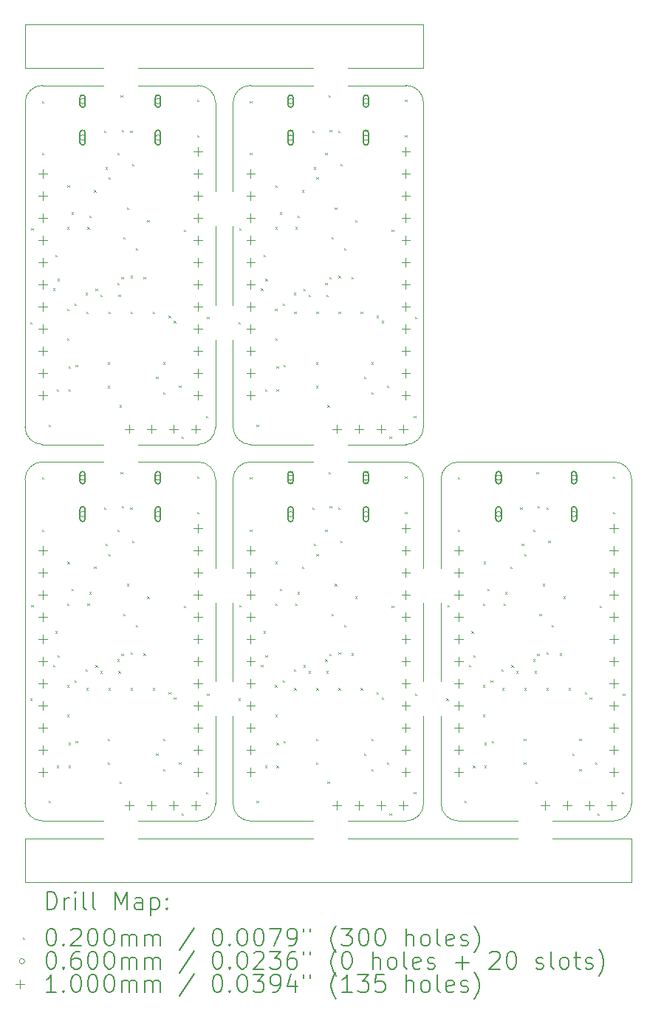
<source format=gbr>
%TF.GenerationSoftware,KiCad,Pcbnew,(6.0.8)*%
%TF.CreationDate,2023-03-28T10:40:52+02:00*%
%TF.ProjectId,Floppy Board v3.0,466c6f70-7079-4204-926f-617264207633,3.0*%
%TF.SameCoordinates,Original*%
%TF.FileFunction,Drillmap*%
%TF.FilePolarity,Positive*%
%FSLAX45Y45*%
G04 Gerber Fmt 4.5, Leading zero omitted, Abs format (unit mm)*
G04 Created by KiCad (PCBNEW (6.0.8)) date 2023-03-28 10:40:52*
%MOMM*%
%LPD*%
G01*
G04 APERTURE LIST*
%ADD10C,0.050000*%
%ADD11C,0.100000*%
%ADD12C,0.200000*%
%ADD13C,0.020000*%
%ADD14C,0.060000*%
G04 APERTURE END LIST*
D10*
X16104216Y-9600500D02*
X17888616Y-9600500D01*
X13519816Y-12515300D02*
X13519816Y-13515300D01*
X13319816Y-12515300D02*
X13319816Y-13515300D01*
X13519816Y-11215300D02*
X13519816Y-12115300D01*
X13319816Y-11215300D02*
X13319816Y-12115300D01*
X12035416Y-9600500D02*
X11335416Y-9600500D01*
X12035416Y-9400500D02*
X11335416Y-9400500D01*
X12435416Y-9400500D02*
X13119816Y-9400500D01*
X12435416Y-9600500D02*
X13119816Y-9600500D01*
X13319816Y-10815300D02*
X13319816Y-9800500D01*
X13519816Y-10815300D02*
X13519816Y-9800500D01*
X17185416Y-13915300D02*
X18088616Y-13915300D01*
X17185416Y-13715300D02*
X17888616Y-13715300D01*
X16785416Y-13715300D02*
X16104216Y-13715300D01*
X14435416Y-13715300D02*
X13719816Y-13715300D01*
X12435416Y-13715300D02*
X13119816Y-13715300D01*
X12035416Y-13715300D02*
X11335416Y-13715300D01*
X12035416Y-13915300D02*
X11135416Y-13915300D01*
X14435416Y-13915300D02*
X12435416Y-13915300D01*
X14835416Y-13915300D02*
X16785416Y-13915300D01*
X14835416Y-13715300D02*
X15504216Y-13715300D01*
X15904216Y-12515300D02*
X15904216Y-13515300D01*
X15704216Y-12515300D02*
X15704216Y-13515300D01*
X15704216Y-12115300D02*
X15704216Y-11215300D01*
X15904216Y-11215300D02*
X15904216Y-12115300D01*
X15904216Y-10815300D02*
X15904216Y-9800500D01*
X15704216Y-10815300D02*
X15704216Y-9800500D01*
X14835416Y-9400500D02*
X15504216Y-9400500D01*
X14835416Y-9600500D02*
X15504216Y-9600500D01*
X14435416Y-9600500D02*
X13719816Y-9600500D01*
X14435416Y-9400500D02*
X13719816Y-9400500D01*
X13519816Y-8200500D02*
X13519816Y-9200500D01*
X13319816Y-8200500D02*
X13319816Y-9200500D01*
X13319816Y-7800500D02*
X13319816Y-6900500D01*
X13519816Y-6900500D02*
X13519816Y-7800500D01*
X13519816Y-6500500D02*
X13519816Y-5485700D01*
X13319816Y-6500500D02*
X13319816Y-5485700D01*
X12035416Y-5285700D02*
X11335416Y-5285700D01*
X12435416Y-5285700D02*
X13119816Y-5285700D01*
X14435416Y-5285700D02*
X13719816Y-5285700D01*
X15504216Y-5285700D02*
X14835416Y-5285700D01*
X14835416Y-5085700D02*
X15704216Y-5085700D01*
X12435416Y-5085700D02*
X14435416Y-5085700D01*
X11135416Y-5085700D02*
X12035416Y-5085700D01*
X18088616Y-14415300D02*
X18088616Y-13915300D01*
X11135416Y-14415300D02*
X18088616Y-14415300D01*
X11135416Y-13915300D02*
X11135416Y-14415300D01*
X15704216Y-5085700D02*
X15704216Y-4585700D01*
X11135416Y-4585700D02*
X11135416Y-5085700D01*
X15704216Y-4585700D02*
X11135416Y-4585700D01*
D11*
X18088616Y-9800500D02*
X18088616Y-13515300D01*
X18088616Y-9800500D02*
G75*
G03*
X17888616Y-9600500I-200000J0D01*
G01*
X16104216Y-9600500D02*
G75*
G03*
X15904216Y-9800500I0J-200000D01*
G01*
X15904216Y-13515300D02*
G75*
G03*
X16104216Y-13715300I200000J0D01*
G01*
X17888616Y-13715300D02*
G75*
G03*
X18088616Y-13515300I0J200000D01*
G01*
X15704216Y-9800500D02*
G75*
G03*
X15504216Y-9600500I-200000J0D01*
G01*
X13719816Y-9600500D02*
G75*
G03*
X13519816Y-9800500I0J-200000D01*
G01*
X13519816Y-13515300D02*
G75*
G03*
X13719816Y-13715300I200000J0D01*
G01*
X15504216Y-13715300D02*
G75*
G03*
X15704216Y-13515300I0J200000D01*
G01*
X13319816Y-9800500D02*
G75*
G03*
X13119816Y-9600500I-200000J0D01*
G01*
X11135416Y-13515300D02*
X11135416Y-9800500D01*
X11335416Y-9600500D02*
G75*
G03*
X11135416Y-9800500I0J-200000D01*
G01*
X11135416Y-13515300D02*
G75*
G03*
X11335416Y-13715300I200000J0D01*
G01*
X13119816Y-13715300D02*
G75*
G03*
X13319816Y-13515300I0J200000D01*
G01*
X15704216Y-5485700D02*
X15704216Y-9200500D01*
X15704216Y-5485700D02*
G75*
G03*
X15504216Y-5285700I-200000J0D01*
G01*
X13719816Y-5285700D02*
G75*
G03*
X13519816Y-5485700I0J-200000D01*
G01*
X13519816Y-9200500D02*
G75*
G03*
X13719816Y-9400500I200000J0D01*
G01*
X15504216Y-9400500D02*
G75*
G03*
X15704216Y-9200500I0J200000D01*
G01*
X11135416Y-9200500D02*
X11135416Y-5485700D01*
X13119816Y-9400500D02*
G75*
G03*
X13319816Y-9200500I0J200000D01*
G01*
X11135416Y-9200500D02*
G75*
G03*
X11335416Y-9400500I200000J0D01*
G01*
X11335416Y-5285700D02*
G75*
G03*
X11135416Y-5485700I0J-200000D01*
G01*
X13319816Y-5485700D02*
G75*
G03*
X13119816Y-5285700I-200000J0D01*
G01*
D12*
D13*
X11196536Y-7995380D02*
X11216536Y-8015380D01*
X11216536Y-7995380D02*
X11196536Y-8015380D01*
X11196536Y-12310180D02*
X11216536Y-12330180D01*
X11216536Y-12310180D02*
X11196536Y-12330180D01*
X11206696Y-6923500D02*
X11226696Y-6943500D01*
X11226696Y-6923500D02*
X11206696Y-6943500D01*
X11206696Y-11238300D02*
X11226696Y-11258300D01*
X11226696Y-11238300D02*
X11206696Y-11258300D01*
X11328616Y-5463000D02*
X11348616Y-5483000D01*
X11348616Y-5463000D02*
X11328616Y-5483000D01*
X11328616Y-6059900D02*
X11348616Y-6079900D01*
X11348616Y-6059900D02*
X11328616Y-6079900D01*
X11328616Y-9777800D02*
X11348616Y-9797800D01*
X11348616Y-9777800D02*
X11328616Y-9797800D01*
X11328616Y-10374700D02*
X11348616Y-10394700D01*
X11348616Y-10374700D02*
X11328616Y-10394700D01*
X11404816Y-9171400D02*
X11424816Y-9191400D01*
X11424816Y-9171400D02*
X11404816Y-9191400D01*
X11404816Y-13486200D02*
X11424816Y-13506200D01*
X11424816Y-13486200D02*
X11404816Y-13506200D01*
X11454393Y-7611840D02*
X11474393Y-7631840D01*
X11474393Y-7611840D02*
X11454393Y-7631840D01*
X11454393Y-11926640D02*
X11474393Y-11946640D01*
X11474393Y-11926640D02*
X11454393Y-11946640D01*
X11482897Y-7225101D02*
X11502897Y-7245101D01*
X11502897Y-7225101D02*
X11482897Y-7245101D01*
X11482897Y-11539901D02*
X11502897Y-11559901D01*
X11502897Y-11539901D02*
X11482897Y-11559901D01*
X11501336Y-8767540D02*
X11521336Y-8787540D01*
X11521336Y-8767540D02*
X11501336Y-8787540D01*
X11501336Y-13082340D02*
X11521336Y-13102340D01*
X11521336Y-13082340D02*
X11501336Y-13102340D01*
X11507343Y-7502620D02*
X11527343Y-7522620D01*
X11527343Y-7502620D02*
X11507343Y-7522620D01*
X11507343Y-11817420D02*
X11527343Y-11837420D01*
X11527343Y-11817420D02*
X11507343Y-11837420D01*
X11617517Y-7842321D02*
X11637517Y-7862321D01*
X11637517Y-7842321D02*
X11617517Y-7862321D01*
X11617517Y-12157121D02*
X11637517Y-12177121D01*
X11637517Y-12157121D02*
X11617517Y-12177121D01*
X11618176Y-6908260D02*
X11638176Y-6928260D01*
X11638176Y-6908260D02*
X11618176Y-6928260D01*
X11618176Y-8183340D02*
X11638176Y-8203340D01*
X11638176Y-8183340D02*
X11618176Y-8203340D01*
X11618176Y-11223060D02*
X11638176Y-11243060D01*
X11638176Y-11223060D02*
X11618176Y-11243060D01*
X11618176Y-12498140D02*
X11638176Y-12518140D01*
X11638176Y-12498140D02*
X11618176Y-12518140D01*
X11623256Y-6430740D02*
X11643256Y-6450740D01*
X11643256Y-6430740D02*
X11623256Y-6450740D01*
X11623256Y-10745540D02*
X11643256Y-10765540D01*
X11643256Y-10745540D02*
X11623256Y-10765540D01*
X11633416Y-8503380D02*
X11653416Y-8523380D01*
X11653416Y-8503380D02*
X11633416Y-8523380D01*
X11633416Y-8767540D02*
X11653416Y-8787540D01*
X11653416Y-8767540D02*
X11633416Y-8787540D01*
X11633416Y-12818180D02*
X11653416Y-12838180D01*
X11653416Y-12818180D02*
X11633416Y-12838180D01*
X11633416Y-13082340D02*
X11653416Y-13102340D01*
X11653416Y-13082340D02*
X11633416Y-13102340D01*
X11668976Y-6740620D02*
X11688976Y-6760620D01*
X11688976Y-6740620D02*
X11668976Y-6760620D01*
X11668976Y-11055420D02*
X11688976Y-11075420D01*
X11688976Y-11055420D02*
X11668976Y-11075420D01*
X11704536Y-7787100D02*
X11724536Y-7807100D01*
X11724536Y-7787100D02*
X11704536Y-7807100D01*
X11704536Y-12101900D02*
X11724536Y-12121900D01*
X11724536Y-12101900D02*
X11704536Y-12121900D01*
X11714696Y-8485600D02*
X11734696Y-8505600D01*
X11734696Y-8485600D02*
X11714696Y-8505600D01*
X11714696Y-12800400D02*
X11734696Y-12820400D01*
X11734696Y-12800400D02*
X11714696Y-12820400D01*
X11829866Y-7661770D02*
X11849866Y-7681770D01*
X11849866Y-7661770D02*
X11829866Y-7681770D01*
X11829866Y-11976570D02*
X11849866Y-11996570D01*
X11849866Y-11976570D02*
X11829866Y-11996570D01*
X11836616Y-7878540D02*
X11856616Y-7898540D01*
X11856616Y-7878540D02*
X11836616Y-7898540D01*
X11836616Y-12193340D02*
X11856616Y-12213340D01*
X11856616Y-12193340D02*
X11836616Y-12213340D01*
X11851856Y-6908260D02*
X11871856Y-6928260D01*
X11871856Y-6908260D02*
X11851856Y-6928260D01*
X11851856Y-11223060D02*
X11871856Y-11243060D01*
X11871856Y-11223060D02*
X11851856Y-11243060D01*
X11872176Y-6776180D02*
X11892176Y-6796180D01*
X11892176Y-6776180D02*
X11872176Y-6796180D01*
X11872176Y-11090980D02*
X11892176Y-11110980D01*
X11892176Y-11090980D02*
X11872176Y-11110980D01*
X11928056Y-6486620D02*
X11948056Y-6506620D01*
X11948056Y-6486620D02*
X11928056Y-6506620D01*
X11928056Y-10801420D02*
X11948056Y-10821420D01*
X11948056Y-10801420D02*
X11928056Y-10821420D01*
X11942852Y-7615890D02*
X11962852Y-7635890D01*
X11962852Y-7615890D02*
X11942852Y-7635890D01*
X11942852Y-11930690D02*
X11962852Y-11950690D01*
X11962852Y-11930690D02*
X11942852Y-11950690D01*
X11999176Y-7683760D02*
X12019176Y-7703760D01*
X12019176Y-7683760D02*
X11999176Y-7703760D01*
X11999176Y-11998560D02*
X12019176Y-12018560D01*
X12019176Y-11998560D02*
X11999176Y-12018560D01*
X12042363Y-5806798D02*
X12062363Y-5826798D01*
X12062363Y-5806798D02*
X12042363Y-5826798D01*
X12042363Y-10121599D02*
X12062363Y-10141599D01*
X12062363Y-10121599D02*
X12042363Y-10141599D01*
X12060136Y-6222460D02*
X12080136Y-6242460D01*
X12080136Y-6222460D02*
X12060136Y-6242460D01*
X12060136Y-10537260D02*
X12080136Y-10557260D01*
X12080136Y-10537260D02*
X12060136Y-10557260D01*
X12085456Y-8728510D02*
X12105456Y-8748510D01*
X12105456Y-8728510D02*
X12085456Y-8748510D01*
X12085456Y-13043310D02*
X12105456Y-13063310D01*
X12105456Y-13043310D02*
X12085456Y-13063310D01*
X12085536Y-8457660D02*
X12105536Y-8477660D01*
X12105536Y-8457660D02*
X12085536Y-8477660D01*
X12085536Y-12772460D02*
X12105536Y-12792460D01*
X12105536Y-12772460D02*
X12085536Y-12792460D01*
X12090616Y-6339300D02*
X12110616Y-6359300D01*
X12110616Y-6339300D02*
X12090616Y-6359300D01*
X12090616Y-7878540D02*
X12110616Y-7898540D01*
X12110616Y-7878540D02*
X12090616Y-7898540D01*
X12090616Y-10654100D02*
X12110616Y-10674100D01*
X12110616Y-10654100D02*
X12090616Y-10674100D01*
X12090616Y-12193340D02*
X12110616Y-12213340D01*
X12110616Y-12193340D02*
X12090616Y-12213340D01*
X12192216Y-6059900D02*
X12212216Y-6079900D01*
X12212216Y-6059900D02*
X12192216Y-6079900D01*
X12192216Y-10374700D02*
X12212216Y-10394700D01*
X12212216Y-10374700D02*
X12192216Y-10394700D01*
X12193349Y-7545974D02*
X12213349Y-7565974D01*
X12213349Y-7545974D02*
X12193349Y-7565974D01*
X12193349Y-11860774D02*
X12213349Y-11880774D01*
X12213349Y-11860774D02*
X12193349Y-11880774D01*
X12207456Y-7683760D02*
X12227456Y-7703760D01*
X12227456Y-7683760D02*
X12207456Y-7703760D01*
X12207456Y-11998560D02*
X12227456Y-12018560D01*
X12227456Y-11998560D02*
X12207456Y-12018560D01*
X12217616Y-8950420D02*
X12237616Y-8970420D01*
X12237616Y-8950420D02*
X12217616Y-8970420D01*
X12217616Y-13265220D02*
X12237616Y-13285220D01*
X12237616Y-13265220D02*
X12217616Y-13285220D01*
X12230316Y-5399500D02*
X12250316Y-5419500D01*
X12250316Y-5399500D02*
X12230316Y-5419500D01*
X12230316Y-9714300D02*
X12250316Y-9734300D01*
X12250316Y-9714300D02*
X12230316Y-9734300D01*
X12238851Y-7481755D02*
X12258851Y-7501755D01*
X12258851Y-7481755D02*
X12238851Y-7501755D01*
X12238851Y-11796555D02*
X12258851Y-11816555D01*
X12258851Y-11796555D02*
X12238851Y-11816555D01*
X12243016Y-5793200D02*
X12263016Y-5813200D01*
X12263016Y-5793200D02*
X12243016Y-5813200D01*
X12243016Y-10108000D02*
X12263016Y-10128000D01*
X12263016Y-10108000D02*
X12243016Y-10128000D01*
X12263336Y-7025100D02*
X12283336Y-7045100D01*
X12283336Y-7025100D02*
X12263336Y-7045100D01*
X12263336Y-11339900D02*
X12283336Y-11359900D01*
X12283336Y-11339900D02*
X12263336Y-11359900D01*
X12302956Y-6683275D02*
X12322956Y-6703275D01*
X12322956Y-6683275D02*
X12302956Y-6703275D01*
X12302956Y-10998075D02*
X12322956Y-11018075D01*
X12322956Y-10998075D02*
X12302956Y-11018075D01*
X12342040Y-5806349D02*
X12362040Y-5826349D01*
X12362040Y-5806349D02*
X12342040Y-5826349D01*
X12342040Y-10121149D02*
X12362040Y-10141149D01*
X12362040Y-10121149D02*
X12342040Y-10141149D01*
X12344616Y-7467060D02*
X12364616Y-7487060D01*
X12364616Y-7467060D02*
X12344616Y-7487060D01*
X12344616Y-7878540D02*
X12364616Y-7898540D01*
X12364616Y-7878540D02*
X12344616Y-7898540D01*
X12344616Y-11781860D02*
X12364616Y-11801860D01*
X12364616Y-11781860D02*
X12344616Y-11801860D01*
X12344616Y-12193340D02*
X12364616Y-12213340D01*
X12364616Y-12193340D02*
X12344616Y-12213340D01*
X12364936Y-6186900D02*
X12384936Y-6206900D01*
X12384936Y-6186900D02*
X12364936Y-6206900D01*
X12364936Y-10501700D02*
X12384936Y-10521700D01*
X12384936Y-10501700D02*
X12364936Y-10521700D01*
X12405576Y-7152100D02*
X12425576Y-7172100D01*
X12425576Y-7152100D02*
X12405576Y-7172100D01*
X12405576Y-11466900D02*
X12425576Y-11486900D01*
X12425576Y-11466900D02*
X12405576Y-11486900D01*
X12495397Y-7481053D02*
X12515397Y-7501053D01*
X12515397Y-7481053D02*
X12495397Y-7501053D01*
X12495397Y-11795853D02*
X12515397Y-11815853D01*
X12515397Y-11795853D02*
X12495397Y-11815853D01*
X12537656Y-6826980D02*
X12557656Y-6846980D01*
X12557656Y-6826980D02*
X12537656Y-6846980D01*
X12537656Y-11141780D02*
X12557656Y-11161780D01*
X12557656Y-11141780D02*
X12537656Y-11161780D01*
X12598616Y-7878540D02*
X12618616Y-7898540D01*
X12618616Y-7878540D02*
X12598616Y-7898540D01*
X12598616Y-12193340D02*
X12618616Y-12213340D01*
X12618616Y-12193340D02*
X12598616Y-12213340D01*
X12639256Y-8625300D02*
X12659256Y-8645300D01*
X12659256Y-8625300D02*
X12639256Y-8645300D01*
X12639256Y-12940100D02*
X12659256Y-12960100D01*
X12659256Y-12940100D02*
X12639256Y-12960100D01*
X12720060Y-8803100D02*
X12740060Y-8823100D01*
X12740060Y-8803100D02*
X12720060Y-8823100D01*
X12720060Y-13117900D02*
X12740060Y-13137900D01*
X12740060Y-13117900D02*
X12720060Y-13137900D01*
X12720105Y-8459451D02*
X12740105Y-8479451D01*
X12740105Y-8459451D02*
X12720105Y-8479451D01*
X12720105Y-12774251D02*
X12740105Y-12794251D01*
X12740105Y-12774251D02*
X12720105Y-12794251D01*
X12781496Y-7924260D02*
X12801496Y-7944260D01*
X12801496Y-7924260D02*
X12781496Y-7944260D01*
X12781496Y-12239060D02*
X12801496Y-12259060D01*
X12801496Y-12239060D02*
X12781496Y-12259060D01*
X12839916Y-7985220D02*
X12859916Y-8005220D01*
X12859916Y-7985220D02*
X12839916Y-8005220D01*
X12839916Y-12300020D02*
X12859916Y-12320020D01*
X12859916Y-12300020D02*
X12839916Y-12320020D01*
X12901266Y-8726900D02*
X12921266Y-8746900D01*
X12921266Y-8726900D02*
X12901266Y-8746900D01*
X12901266Y-13041700D02*
X12921266Y-13061700D01*
X12921266Y-13041700D02*
X12901266Y-13061700D01*
X12928816Y-9311100D02*
X12948816Y-9331100D01*
X12948816Y-9311100D02*
X12928816Y-9331100D01*
X12928816Y-13625900D02*
X12948816Y-13645900D01*
X12948816Y-13625900D02*
X12928816Y-13645900D01*
X12954216Y-6936200D02*
X12974216Y-6956200D01*
X12974216Y-6936200D02*
X12954216Y-6956200D01*
X12954216Y-11251000D02*
X12974216Y-11271000D01*
X12974216Y-11251000D02*
X12954216Y-11271000D01*
X13106616Y-5450300D02*
X13126616Y-5470300D01*
X13126616Y-5450300D02*
X13106616Y-5470300D01*
X13106616Y-5856700D02*
X13126616Y-5876700D01*
X13126616Y-5856700D02*
X13106616Y-5876700D01*
X13106616Y-9765100D02*
X13126616Y-9785100D01*
X13126616Y-9765100D02*
X13106616Y-9785100D01*
X13106616Y-10171500D02*
X13126616Y-10191500D01*
X13126616Y-10171500D02*
X13106616Y-10191500D01*
X13208216Y-9069800D02*
X13228216Y-9089800D01*
X13228216Y-9069800D02*
X13208216Y-9089800D01*
X13208216Y-13384600D02*
X13228216Y-13404600D01*
X13228216Y-13384600D02*
X13208216Y-13404600D01*
X13220916Y-7939500D02*
X13240916Y-7959500D01*
X13240916Y-7939500D02*
X13220916Y-7959500D01*
X13220916Y-12254300D02*
X13240916Y-12274300D01*
X13240916Y-12254300D02*
X13220916Y-12274300D01*
X13580936Y-7995380D02*
X13600936Y-8015380D01*
X13600936Y-7995380D02*
X13580936Y-8015380D01*
X13580936Y-12310180D02*
X13600936Y-12330180D01*
X13600936Y-12310180D02*
X13580936Y-12330180D01*
X13591096Y-6923500D02*
X13611096Y-6943500D01*
X13611096Y-6923500D02*
X13591096Y-6943500D01*
X13591096Y-11238300D02*
X13611096Y-11258300D01*
X13611096Y-11238300D02*
X13591096Y-11258300D01*
X13713016Y-5463000D02*
X13733016Y-5483000D01*
X13733016Y-5463000D02*
X13713016Y-5483000D01*
X13713016Y-6059900D02*
X13733016Y-6079900D01*
X13733016Y-6059900D02*
X13713016Y-6079900D01*
X13713016Y-9777800D02*
X13733016Y-9797800D01*
X13733016Y-9777800D02*
X13713016Y-9797800D01*
X13713016Y-10374700D02*
X13733016Y-10394700D01*
X13733016Y-10374700D02*
X13713016Y-10394700D01*
X13789216Y-9171400D02*
X13809216Y-9191400D01*
X13809216Y-9171400D02*
X13789216Y-9191400D01*
X13789216Y-13486200D02*
X13809216Y-13506200D01*
X13809216Y-13486200D02*
X13789216Y-13506200D01*
X13838793Y-7611840D02*
X13858793Y-7631840D01*
X13858793Y-7611840D02*
X13838793Y-7631840D01*
X13838793Y-11926640D02*
X13858793Y-11946640D01*
X13858793Y-11926640D02*
X13838793Y-11946640D01*
X13867297Y-7225101D02*
X13887297Y-7245101D01*
X13887297Y-7225101D02*
X13867297Y-7245101D01*
X13867297Y-11539901D02*
X13887297Y-11559901D01*
X13887297Y-11539901D02*
X13867297Y-11559901D01*
X13885736Y-8767540D02*
X13905736Y-8787540D01*
X13905736Y-8767540D02*
X13885736Y-8787540D01*
X13885736Y-13082340D02*
X13905736Y-13102340D01*
X13905736Y-13082340D02*
X13885736Y-13102340D01*
X13891743Y-7502620D02*
X13911743Y-7522620D01*
X13911743Y-7502620D02*
X13891743Y-7522620D01*
X13891743Y-11817420D02*
X13911743Y-11837420D01*
X13911743Y-11817420D02*
X13891743Y-11837420D01*
X14001917Y-7842321D02*
X14021917Y-7862321D01*
X14021917Y-7842321D02*
X14001917Y-7862321D01*
X14001917Y-12157121D02*
X14021917Y-12177121D01*
X14021917Y-12157121D02*
X14001917Y-12177121D01*
X14002576Y-6908260D02*
X14022576Y-6928260D01*
X14022576Y-6908260D02*
X14002576Y-6928260D01*
X14002576Y-8183340D02*
X14022576Y-8203340D01*
X14022576Y-8183340D02*
X14002576Y-8203340D01*
X14002576Y-11223060D02*
X14022576Y-11243060D01*
X14022576Y-11223060D02*
X14002576Y-11243060D01*
X14002576Y-12498140D02*
X14022576Y-12518140D01*
X14022576Y-12498140D02*
X14002576Y-12518140D01*
X14007656Y-6430740D02*
X14027656Y-6450740D01*
X14027656Y-6430740D02*
X14007656Y-6450740D01*
X14007656Y-10745540D02*
X14027656Y-10765540D01*
X14027656Y-10745540D02*
X14007656Y-10765540D01*
X14017816Y-8503380D02*
X14037816Y-8523380D01*
X14037816Y-8503380D02*
X14017816Y-8523380D01*
X14017816Y-8767540D02*
X14037816Y-8787540D01*
X14037816Y-8767540D02*
X14017816Y-8787540D01*
X14017816Y-12818180D02*
X14037816Y-12838180D01*
X14037816Y-12818180D02*
X14017816Y-12838180D01*
X14017816Y-13082340D02*
X14037816Y-13102340D01*
X14037816Y-13082340D02*
X14017816Y-13102340D01*
X14053376Y-6740620D02*
X14073376Y-6760620D01*
X14073376Y-6740620D02*
X14053376Y-6760620D01*
X14053376Y-11055420D02*
X14073376Y-11075420D01*
X14073376Y-11055420D02*
X14053376Y-11075420D01*
X14088936Y-7787100D02*
X14108936Y-7807100D01*
X14108936Y-7787100D02*
X14088936Y-7807100D01*
X14088936Y-12101900D02*
X14108936Y-12121900D01*
X14108936Y-12101900D02*
X14088936Y-12121900D01*
X14099096Y-8485600D02*
X14119096Y-8505600D01*
X14119096Y-8485600D02*
X14099096Y-8505600D01*
X14099096Y-12800400D02*
X14119096Y-12820400D01*
X14119096Y-12800400D02*
X14099096Y-12820400D01*
X14214266Y-7661770D02*
X14234266Y-7681770D01*
X14234266Y-7661770D02*
X14214266Y-7681770D01*
X14214266Y-11976570D02*
X14234266Y-11996570D01*
X14234266Y-11976570D02*
X14214266Y-11996570D01*
X14221016Y-7878540D02*
X14241016Y-7898540D01*
X14241016Y-7878540D02*
X14221016Y-7898540D01*
X14221016Y-12193340D02*
X14241016Y-12213340D01*
X14241016Y-12193340D02*
X14221016Y-12213340D01*
X14236256Y-6908260D02*
X14256256Y-6928260D01*
X14256256Y-6908260D02*
X14236256Y-6928260D01*
X14236256Y-11223060D02*
X14256256Y-11243060D01*
X14256256Y-11223060D02*
X14236256Y-11243060D01*
X14256576Y-6776180D02*
X14276576Y-6796180D01*
X14276576Y-6776180D02*
X14256576Y-6796180D01*
X14256576Y-11090980D02*
X14276576Y-11110980D01*
X14276576Y-11090980D02*
X14256576Y-11110980D01*
X14312456Y-6486620D02*
X14332456Y-6506620D01*
X14332456Y-6486620D02*
X14312456Y-6506620D01*
X14312456Y-10801420D02*
X14332456Y-10821420D01*
X14332456Y-10801420D02*
X14312456Y-10821420D01*
X14327252Y-7615890D02*
X14347252Y-7635890D01*
X14347252Y-7615890D02*
X14327252Y-7635890D01*
X14327252Y-11930690D02*
X14347252Y-11950690D01*
X14347252Y-11930690D02*
X14327252Y-11950690D01*
X14383576Y-7683760D02*
X14403576Y-7703760D01*
X14403576Y-7683760D02*
X14383576Y-7703760D01*
X14383576Y-11998560D02*
X14403576Y-12018560D01*
X14403576Y-11998560D02*
X14383576Y-12018560D01*
X14426763Y-5806798D02*
X14446763Y-5826798D01*
X14446763Y-5806798D02*
X14426763Y-5826798D01*
X14426763Y-10121599D02*
X14446763Y-10141599D01*
X14446763Y-10121599D02*
X14426763Y-10141599D01*
X14444536Y-6222460D02*
X14464536Y-6242460D01*
X14464536Y-6222460D02*
X14444536Y-6242460D01*
X14444536Y-10537260D02*
X14464536Y-10557260D01*
X14464536Y-10537260D02*
X14444536Y-10557260D01*
X14469856Y-8728510D02*
X14489856Y-8748510D01*
X14489856Y-8728510D02*
X14469856Y-8748510D01*
X14469856Y-13043310D02*
X14489856Y-13063310D01*
X14489856Y-13043310D02*
X14469856Y-13063310D01*
X14469936Y-8457660D02*
X14489936Y-8477660D01*
X14489936Y-8457660D02*
X14469936Y-8477660D01*
X14469936Y-12772460D02*
X14489936Y-12792460D01*
X14489936Y-12772460D02*
X14469936Y-12792460D01*
X14475016Y-6339300D02*
X14495016Y-6359300D01*
X14495016Y-6339300D02*
X14475016Y-6359300D01*
X14475016Y-7878540D02*
X14495016Y-7898540D01*
X14495016Y-7878540D02*
X14475016Y-7898540D01*
X14475016Y-10654100D02*
X14495016Y-10674100D01*
X14495016Y-10654100D02*
X14475016Y-10674100D01*
X14475016Y-12193340D02*
X14495016Y-12213340D01*
X14495016Y-12193340D02*
X14475016Y-12213340D01*
X14576616Y-6059900D02*
X14596616Y-6079900D01*
X14596616Y-6059900D02*
X14576616Y-6079900D01*
X14576616Y-10374700D02*
X14596616Y-10394700D01*
X14596616Y-10374700D02*
X14576616Y-10394700D01*
X14577749Y-7545974D02*
X14597749Y-7565974D01*
X14597749Y-7545974D02*
X14577749Y-7565974D01*
X14577749Y-11860774D02*
X14597749Y-11880774D01*
X14597749Y-11860774D02*
X14577749Y-11880774D01*
X14591856Y-7683760D02*
X14611856Y-7703760D01*
X14611856Y-7683760D02*
X14591856Y-7703760D01*
X14591856Y-11998560D02*
X14611856Y-12018560D01*
X14611856Y-11998560D02*
X14591856Y-12018560D01*
X14602016Y-8950420D02*
X14622016Y-8970420D01*
X14622016Y-8950420D02*
X14602016Y-8970420D01*
X14602016Y-13265220D02*
X14622016Y-13285220D01*
X14622016Y-13265220D02*
X14602016Y-13285220D01*
X14614716Y-5399500D02*
X14634716Y-5419500D01*
X14634716Y-5399500D02*
X14614716Y-5419500D01*
X14614716Y-9714300D02*
X14634716Y-9734300D01*
X14634716Y-9714300D02*
X14614716Y-9734300D01*
X14623251Y-7481755D02*
X14643251Y-7501755D01*
X14643251Y-7481755D02*
X14623251Y-7501755D01*
X14623251Y-11796555D02*
X14643251Y-11816555D01*
X14643251Y-11796555D02*
X14623251Y-11816555D01*
X14627416Y-5793200D02*
X14647416Y-5813200D01*
X14647416Y-5793200D02*
X14627416Y-5813200D01*
X14627416Y-10108000D02*
X14647416Y-10128000D01*
X14647416Y-10108000D02*
X14627416Y-10128000D01*
X14647736Y-7025100D02*
X14667736Y-7045100D01*
X14667736Y-7025100D02*
X14647736Y-7045100D01*
X14647736Y-11339900D02*
X14667736Y-11359900D01*
X14667736Y-11339900D02*
X14647736Y-11359900D01*
X14687356Y-6683275D02*
X14707356Y-6703275D01*
X14707356Y-6683275D02*
X14687356Y-6703275D01*
X14687356Y-10998075D02*
X14707356Y-11018075D01*
X14707356Y-10998075D02*
X14687356Y-11018075D01*
X14726440Y-5806349D02*
X14746440Y-5826349D01*
X14746440Y-5806349D02*
X14726440Y-5826349D01*
X14726440Y-10121149D02*
X14746440Y-10141149D01*
X14746440Y-10121149D02*
X14726440Y-10141149D01*
X14729016Y-7467060D02*
X14749016Y-7487060D01*
X14749016Y-7467060D02*
X14729016Y-7487060D01*
X14729016Y-7878540D02*
X14749016Y-7898540D01*
X14749016Y-7878540D02*
X14729016Y-7898540D01*
X14729016Y-11781860D02*
X14749016Y-11801860D01*
X14749016Y-11781860D02*
X14729016Y-11801860D01*
X14729016Y-12193340D02*
X14749016Y-12213340D01*
X14749016Y-12193340D02*
X14729016Y-12213340D01*
X14749336Y-6186900D02*
X14769336Y-6206900D01*
X14769336Y-6186900D02*
X14749336Y-6206900D01*
X14749336Y-10501700D02*
X14769336Y-10521700D01*
X14769336Y-10501700D02*
X14749336Y-10521700D01*
X14789976Y-7152100D02*
X14809976Y-7172100D01*
X14809976Y-7152100D02*
X14789976Y-7172100D01*
X14789976Y-11466900D02*
X14809976Y-11486900D01*
X14809976Y-11466900D02*
X14789976Y-11486900D01*
X14879797Y-7481053D02*
X14899797Y-7501053D01*
X14899797Y-7481053D02*
X14879797Y-7501053D01*
X14879797Y-11795853D02*
X14899797Y-11815853D01*
X14899797Y-11795853D02*
X14879797Y-11815853D01*
X14922056Y-6826980D02*
X14942056Y-6846980D01*
X14942056Y-6826980D02*
X14922056Y-6846980D01*
X14922056Y-11141780D02*
X14942056Y-11161780D01*
X14942056Y-11141780D02*
X14922056Y-11161780D01*
X14983016Y-7878540D02*
X15003016Y-7898540D01*
X15003016Y-7878540D02*
X14983016Y-7898540D01*
X14983016Y-12193340D02*
X15003016Y-12213340D01*
X15003016Y-12193340D02*
X14983016Y-12213340D01*
X15023656Y-8625300D02*
X15043656Y-8645300D01*
X15043656Y-8625300D02*
X15023656Y-8645300D01*
X15023656Y-12940100D02*
X15043656Y-12960100D01*
X15043656Y-12940100D02*
X15023656Y-12960100D01*
X15104460Y-8803100D02*
X15124460Y-8823100D01*
X15124460Y-8803100D02*
X15104460Y-8823100D01*
X15104460Y-13117900D02*
X15124460Y-13137900D01*
X15124460Y-13117900D02*
X15104460Y-13137900D01*
X15104505Y-8459451D02*
X15124505Y-8479451D01*
X15124505Y-8459451D02*
X15104505Y-8479451D01*
X15104505Y-12774251D02*
X15124505Y-12794251D01*
X15124505Y-12774251D02*
X15104505Y-12794251D01*
X15165896Y-7924260D02*
X15185896Y-7944260D01*
X15185896Y-7924260D02*
X15165896Y-7944260D01*
X15165896Y-12239060D02*
X15185896Y-12259060D01*
X15185896Y-12239060D02*
X15165896Y-12259060D01*
X15224316Y-7985220D02*
X15244316Y-8005220D01*
X15244316Y-7985220D02*
X15224316Y-8005220D01*
X15224316Y-12300020D02*
X15244316Y-12320020D01*
X15244316Y-12300020D02*
X15224316Y-12320020D01*
X15285666Y-8726900D02*
X15305666Y-8746900D01*
X15305666Y-8726900D02*
X15285666Y-8746900D01*
X15285666Y-13041700D02*
X15305666Y-13061700D01*
X15305666Y-13041700D02*
X15285666Y-13061700D01*
X15313216Y-9311100D02*
X15333216Y-9331100D01*
X15333216Y-9311100D02*
X15313216Y-9331100D01*
X15313216Y-13625900D02*
X15333216Y-13645900D01*
X15333216Y-13625900D02*
X15313216Y-13645900D01*
X15338616Y-6936200D02*
X15358616Y-6956200D01*
X15358616Y-6936200D02*
X15338616Y-6956200D01*
X15338616Y-11251000D02*
X15358616Y-11271000D01*
X15358616Y-11251000D02*
X15338616Y-11271000D01*
X15491016Y-5450300D02*
X15511016Y-5470300D01*
X15511016Y-5450300D02*
X15491016Y-5470300D01*
X15491016Y-5856700D02*
X15511016Y-5876700D01*
X15511016Y-5856700D02*
X15491016Y-5876700D01*
X15491016Y-9765100D02*
X15511016Y-9785100D01*
X15511016Y-9765100D02*
X15491016Y-9785100D01*
X15491016Y-10171500D02*
X15511016Y-10191500D01*
X15511016Y-10171500D02*
X15491016Y-10191500D01*
X15592616Y-9069800D02*
X15612616Y-9089800D01*
X15612616Y-9069800D02*
X15592616Y-9089800D01*
X15592616Y-13384600D02*
X15612616Y-13404600D01*
X15612616Y-13384600D02*
X15592616Y-13404600D01*
X15605316Y-7939500D02*
X15625316Y-7959500D01*
X15625316Y-7939500D02*
X15605316Y-7959500D01*
X15605316Y-12254300D02*
X15625316Y-12274300D01*
X15625316Y-12254300D02*
X15605316Y-12274300D01*
X15965336Y-12310180D02*
X15985336Y-12330180D01*
X15985336Y-12310180D02*
X15965336Y-12330180D01*
X15975496Y-11238300D02*
X15995496Y-11258300D01*
X15995496Y-11238300D02*
X15975496Y-11258300D01*
X16097416Y-9777800D02*
X16117416Y-9797800D01*
X16117416Y-9777800D02*
X16097416Y-9797800D01*
X16097416Y-10374700D02*
X16117416Y-10394700D01*
X16117416Y-10374700D02*
X16097416Y-10394700D01*
X16173616Y-13486200D02*
X16193616Y-13506200D01*
X16193616Y-13486200D02*
X16173616Y-13506200D01*
X16223193Y-11926640D02*
X16243193Y-11946640D01*
X16243193Y-11926640D02*
X16223193Y-11946640D01*
X16251697Y-11539901D02*
X16271697Y-11559901D01*
X16271697Y-11539901D02*
X16251697Y-11559901D01*
X16270136Y-13082340D02*
X16290136Y-13102340D01*
X16290136Y-13082340D02*
X16270136Y-13102340D01*
X16276143Y-11817420D02*
X16296143Y-11837420D01*
X16296143Y-11817420D02*
X16276143Y-11837420D01*
X16386317Y-12157121D02*
X16406317Y-12177121D01*
X16406317Y-12157121D02*
X16386317Y-12177121D01*
X16386976Y-11223060D02*
X16406976Y-11243060D01*
X16406976Y-11223060D02*
X16386976Y-11243060D01*
X16386976Y-12498140D02*
X16406976Y-12518140D01*
X16406976Y-12498140D02*
X16386976Y-12518140D01*
X16392056Y-10745540D02*
X16412056Y-10765540D01*
X16412056Y-10745540D02*
X16392056Y-10765540D01*
X16402216Y-12818180D02*
X16422216Y-12838180D01*
X16422216Y-12818180D02*
X16402216Y-12838180D01*
X16402216Y-13082340D02*
X16422216Y-13102340D01*
X16422216Y-13082340D02*
X16402216Y-13102340D01*
X16437776Y-11055420D02*
X16457776Y-11075420D01*
X16457776Y-11055420D02*
X16437776Y-11075420D01*
X16473336Y-12101900D02*
X16493336Y-12121900D01*
X16493336Y-12101900D02*
X16473336Y-12121900D01*
X16483496Y-12800400D02*
X16503496Y-12820400D01*
X16503496Y-12800400D02*
X16483496Y-12820400D01*
X16598666Y-11976570D02*
X16618666Y-11996570D01*
X16618666Y-11976570D02*
X16598666Y-11996570D01*
X16605416Y-12193340D02*
X16625416Y-12213340D01*
X16625416Y-12193340D02*
X16605416Y-12213340D01*
X16620656Y-11223060D02*
X16640656Y-11243060D01*
X16640656Y-11223060D02*
X16620656Y-11243060D01*
X16640976Y-11090980D02*
X16660976Y-11110980D01*
X16660976Y-11090980D02*
X16640976Y-11110980D01*
X16696856Y-10801420D02*
X16716856Y-10821420D01*
X16716856Y-10801420D02*
X16696856Y-10821420D01*
X16711652Y-11930690D02*
X16731652Y-11950690D01*
X16731652Y-11930690D02*
X16711652Y-11950690D01*
X16767976Y-11998560D02*
X16787976Y-12018560D01*
X16787976Y-11998560D02*
X16767976Y-12018560D01*
X16811163Y-10121599D02*
X16831163Y-10141599D01*
X16831163Y-10121599D02*
X16811163Y-10141599D01*
X16828936Y-10537260D02*
X16848936Y-10557260D01*
X16848936Y-10537260D02*
X16828936Y-10557260D01*
X16854256Y-13043310D02*
X16874256Y-13063310D01*
X16874256Y-13043310D02*
X16854256Y-13063310D01*
X16854336Y-12772460D02*
X16874336Y-12792460D01*
X16874336Y-12772460D02*
X16854336Y-12792460D01*
X16859416Y-10654100D02*
X16879416Y-10674100D01*
X16879416Y-10654100D02*
X16859416Y-10674100D01*
X16859416Y-12193340D02*
X16879416Y-12213340D01*
X16879416Y-12193340D02*
X16859416Y-12213340D01*
X16961016Y-10374700D02*
X16981016Y-10394700D01*
X16981016Y-10374700D02*
X16961016Y-10394700D01*
X16962149Y-11860774D02*
X16982149Y-11880774D01*
X16982149Y-11860774D02*
X16962149Y-11880774D01*
X16976256Y-11998560D02*
X16996256Y-12018560D01*
X16996256Y-11998560D02*
X16976256Y-12018560D01*
X16986416Y-13265220D02*
X17006416Y-13285220D01*
X17006416Y-13265220D02*
X16986416Y-13285220D01*
X16999116Y-9714300D02*
X17019116Y-9734300D01*
X17019116Y-9714300D02*
X16999116Y-9734300D01*
X17007652Y-11796555D02*
X17027652Y-11816555D01*
X17027652Y-11796555D02*
X17007652Y-11816555D01*
X17011816Y-10108000D02*
X17031816Y-10128000D01*
X17031816Y-10108000D02*
X17011816Y-10128000D01*
X17032136Y-11339900D02*
X17052136Y-11359900D01*
X17052136Y-11339900D02*
X17032136Y-11359900D01*
X17071756Y-10998075D02*
X17091756Y-11018075D01*
X17091756Y-10998075D02*
X17071756Y-11018075D01*
X17110840Y-10121149D02*
X17130840Y-10141149D01*
X17130840Y-10121149D02*
X17110840Y-10141149D01*
X17113416Y-11781860D02*
X17133416Y-11801860D01*
X17133416Y-11781860D02*
X17113416Y-11801860D01*
X17113416Y-12193340D02*
X17133416Y-12213340D01*
X17133416Y-12193340D02*
X17113416Y-12213340D01*
X17133736Y-10501700D02*
X17153736Y-10521700D01*
X17153736Y-10501700D02*
X17133736Y-10521700D01*
X17174376Y-11466900D02*
X17194376Y-11486900D01*
X17194376Y-11466900D02*
X17174376Y-11486900D01*
X17264197Y-11795853D02*
X17284197Y-11815853D01*
X17284197Y-11795853D02*
X17264197Y-11815853D01*
X17306456Y-11141780D02*
X17326456Y-11161780D01*
X17326456Y-11141780D02*
X17306456Y-11161780D01*
X17367416Y-12193340D02*
X17387416Y-12213340D01*
X17387416Y-12193340D02*
X17367416Y-12213340D01*
X17408056Y-12940100D02*
X17428056Y-12960100D01*
X17428056Y-12940100D02*
X17408056Y-12960100D01*
X17488860Y-13117900D02*
X17508860Y-13137900D01*
X17508860Y-13117900D02*
X17488860Y-13137900D01*
X17488905Y-12774251D02*
X17508905Y-12794251D01*
X17508905Y-12774251D02*
X17488905Y-12794251D01*
X17550296Y-12239060D02*
X17570296Y-12259060D01*
X17570296Y-12239060D02*
X17550296Y-12259060D01*
X17608716Y-12300020D02*
X17628716Y-12320020D01*
X17628716Y-12300020D02*
X17608716Y-12320020D01*
X17670066Y-13041700D02*
X17690066Y-13061700D01*
X17690066Y-13041700D02*
X17670066Y-13061700D01*
X17697616Y-13625900D02*
X17717616Y-13645900D01*
X17717616Y-13625900D02*
X17697616Y-13645900D01*
X17723016Y-11251000D02*
X17743016Y-11271000D01*
X17743016Y-11251000D02*
X17723016Y-11271000D01*
X17875416Y-9765100D02*
X17895416Y-9785100D01*
X17895416Y-9765100D02*
X17875416Y-9785100D01*
X17875416Y-10171500D02*
X17895416Y-10191500D01*
X17895416Y-10171500D02*
X17875416Y-10191500D01*
X17977016Y-13384600D02*
X17997016Y-13404600D01*
X17997016Y-13384600D02*
X17977016Y-13404600D01*
X17989716Y-12254300D02*
X18009716Y-12274300D01*
X18009716Y-12254300D02*
X17989716Y-12274300D01*
D14*
X11825116Y-5466250D02*
G75*
G03*
X11825116Y-5466250I-30000J0D01*
G01*
D12*
X11765116Y-5426250D02*
X11765116Y-5506250D01*
X11825116Y-5426250D02*
X11825116Y-5506250D01*
X11765116Y-5506250D02*
G75*
G03*
X11825116Y-5506250I30000J0D01*
G01*
X11825116Y-5426250D02*
G75*
G03*
X11765116Y-5426250I-30000J0D01*
G01*
D14*
X11825116Y-5884250D02*
G75*
G03*
X11825116Y-5884250I-30000J0D01*
G01*
D12*
X11765116Y-5829250D02*
X11765116Y-5939250D01*
X11825116Y-5829250D02*
X11825116Y-5939250D01*
X11765116Y-5939250D02*
G75*
G03*
X11825116Y-5939250I30000J0D01*
G01*
X11825116Y-5829250D02*
G75*
G03*
X11765116Y-5829250I-30000J0D01*
G01*
D14*
X11825116Y-9781050D02*
G75*
G03*
X11825116Y-9781050I-30000J0D01*
G01*
D12*
X11765116Y-9741050D02*
X11765116Y-9821050D01*
X11825116Y-9741050D02*
X11825116Y-9821050D01*
X11765116Y-9821050D02*
G75*
G03*
X11825116Y-9821050I30000J0D01*
G01*
X11825116Y-9741050D02*
G75*
G03*
X11765116Y-9741050I-30000J0D01*
G01*
D14*
X11825116Y-10199050D02*
G75*
G03*
X11825116Y-10199050I-30000J0D01*
G01*
D12*
X11765116Y-10144050D02*
X11765116Y-10254050D01*
X11825116Y-10144050D02*
X11825116Y-10254050D01*
X11765116Y-10254050D02*
G75*
G03*
X11825116Y-10254050I30000J0D01*
G01*
X11825116Y-10144050D02*
G75*
G03*
X11765116Y-10144050I-30000J0D01*
G01*
D14*
X12689116Y-5466250D02*
G75*
G03*
X12689116Y-5466250I-30000J0D01*
G01*
D12*
X12629116Y-5426250D02*
X12629116Y-5506250D01*
X12689116Y-5426250D02*
X12689116Y-5506250D01*
X12629116Y-5506250D02*
G75*
G03*
X12689116Y-5506250I30000J0D01*
G01*
X12689116Y-5426250D02*
G75*
G03*
X12629116Y-5426250I-30000J0D01*
G01*
D14*
X12689116Y-5884250D02*
G75*
G03*
X12689116Y-5884250I-30000J0D01*
G01*
D12*
X12629116Y-5829250D02*
X12629116Y-5939250D01*
X12689116Y-5829250D02*
X12689116Y-5939250D01*
X12629116Y-5939250D02*
G75*
G03*
X12689116Y-5939250I30000J0D01*
G01*
X12689116Y-5829250D02*
G75*
G03*
X12629116Y-5829250I-30000J0D01*
G01*
D14*
X12689116Y-9781050D02*
G75*
G03*
X12689116Y-9781050I-30000J0D01*
G01*
D12*
X12629116Y-9741050D02*
X12629116Y-9821050D01*
X12689116Y-9741050D02*
X12689116Y-9821050D01*
X12629116Y-9821050D02*
G75*
G03*
X12689116Y-9821050I30000J0D01*
G01*
X12689116Y-9741050D02*
G75*
G03*
X12629116Y-9741050I-30000J0D01*
G01*
D14*
X12689116Y-10199050D02*
G75*
G03*
X12689116Y-10199050I-30000J0D01*
G01*
D12*
X12629116Y-10144050D02*
X12629116Y-10254050D01*
X12689116Y-10144050D02*
X12689116Y-10254050D01*
X12629116Y-10254050D02*
G75*
G03*
X12689116Y-10254050I30000J0D01*
G01*
X12689116Y-10144050D02*
G75*
G03*
X12629116Y-10144050I-30000J0D01*
G01*
D14*
X14209516Y-5466250D02*
G75*
G03*
X14209516Y-5466250I-30000J0D01*
G01*
D12*
X14149516Y-5426250D02*
X14149516Y-5506250D01*
X14209516Y-5426250D02*
X14209516Y-5506250D01*
X14149516Y-5506250D02*
G75*
G03*
X14209516Y-5506250I30000J0D01*
G01*
X14209516Y-5426250D02*
G75*
G03*
X14149516Y-5426250I-30000J0D01*
G01*
D14*
X14209516Y-5884250D02*
G75*
G03*
X14209516Y-5884250I-30000J0D01*
G01*
D12*
X14149516Y-5829250D02*
X14149516Y-5939250D01*
X14209516Y-5829250D02*
X14209516Y-5939250D01*
X14149516Y-5939250D02*
G75*
G03*
X14209516Y-5939250I30000J0D01*
G01*
X14209516Y-5829250D02*
G75*
G03*
X14149516Y-5829250I-30000J0D01*
G01*
D14*
X14209516Y-9781050D02*
G75*
G03*
X14209516Y-9781050I-30000J0D01*
G01*
D12*
X14149516Y-9741050D02*
X14149516Y-9821050D01*
X14209516Y-9741050D02*
X14209516Y-9821050D01*
X14149516Y-9821050D02*
G75*
G03*
X14209516Y-9821050I30000J0D01*
G01*
X14209516Y-9741050D02*
G75*
G03*
X14149516Y-9741050I-30000J0D01*
G01*
D14*
X14209516Y-10199050D02*
G75*
G03*
X14209516Y-10199050I-30000J0D01*
G01*
D12*
X14149516Y-10144050D02*
X14149516Y-10254050D01*
X14209516Y-10144050D02*
X14209516Y-10254050D01*
X14149516Y-10254050D02*
G75*
G03*
X14209516Y-10254050I30000J0D01*
G01*
X14209516Y-10144050D02*
G75*
G03*
X14149516Y-10144050I-30000J0D01*
G01*
D14*
X15073516Y-5466250D02*
G75*
G03*
X15073516Y-5466250I-30000J0D01*
G01*
D12*
X15013516Y-5426250D02*
X15013516Y-5506250D01*
X15073516Y-5426250D02*
X15073516Y-5506250D01*
X15013516Y-5506250D02*
G75*
G03*
X15073516Y-5506250I30000J0D01*
G01*
X15073516Y-5426250D02*
G75*
G03*
X15013516Y-5426250I-30000J0D01*
G01*
D14*
X15073516Y-5884250D02*
G75*
G03*
X15073516Y-5884250I-30000J0D01*
G01*
D12*
X15013516Y-5829250D02*
X15013516Y-5939250D01*
X15073516Y-5829250D02*
X15073516Y-5939250D01*
X15013516Y-5939250D02*
G75*
G03*
X15073516Y-5939250I30000J0D01*
G01*
X15073516Y-5829250D02*
G75*
G03*
X15013516Y-5829250I-30000J0D01*
G01*
D14*
X15073516Y-9781050D02*
G75*
G03*
X15073516Y-9781050I-30000J0D01*
G01*
D12*
X15013516Y-9741050D02*
X15013516Y-9821050D01*
X15073516Y-9741050D02*
X15073516Y-9821050D01*
X15013516Y-9821050D02*
G75*
G03*
X15073516Y-9821050I30000J0D01*
G01*
X15073516Y-9741050D02*
G75*
G03*
X15013516Y-9741050I-30000J0D01*
G01*
D14*
X15073516Y-10199050D02*
G75*
G03*
X15073516Y-10199050I-30000J0D01*
G01*
D12*
X15013516Y-10144050D02*
X15013516Y-10254050D01*
X15073516Y-10144050D02*
X15073516Y-10254050D01*
X15013516Y-10254050D02*
G75*
G03*
X15073516Y-10254050I30000J0D01*
G01*
X15073516Y-10144050D02*
G75*
G03*
X15013516Y-10144050I-30000J0D01*
G01*
D14*
X16593916Y-9781050D02*
G75*
G03*
X16593916Y-9781050I-30000J0D01*
G01*
D12*
X16533916Y-9741050D02*
X16533916Y-9821050D01*
X16593916Y-9741050D02*
X16593916Y-9821050D01*
X16533916Y-9821050D02*
G75*
G03*
X16593916Y-9821050I30000J0D01*
G01*
X16593916Y-9741050D02*
G75*
G03*
X16533916Y-9741050I-30000J0D01*
G01*
D14*
X16593916Y-10199050D02*
G75*
G03*
X16593916Y-10199050I-30000J0D01*
G01*
D12*
X16533916Y-10144050D02*
X16533916Y-10254050D01*
X16593916Y-10144050D02*
X16593916Y-10254050D01*
X16533916Y-10254050D02*
G75*
G03*
X16593916Y-10254050I30000J0D01*
G01*
X16593916Y-10144050D02*
G75*
G03*
X16533916Y-10144050I-30000J0D01*
G01*
D14*
X17457916Y-9781050D02*
G75*
G03*
X17457916Y-9781050I-30000J0D01*
G01*
D12*
X17397916Y-9741050D02*
X17397916Y-9821050D01*
X17457916Y-9741050D02*
X17457916Y-9821050D01*
X17397916Y-9821050D02*
G75*
G03*
X17457916Y-9821050I30000J0D01*
G01*
X17457916Y-9741050D02*
G75*
G03*
X17397916Y-9741050I-30000J0D01*
G01*
D14*
X17457916Y-10199050D02*
G75*
G03*
X17457916Y-10199050I-30000J0D01*
G01*
D12*
X17397916Y-10144050D02*
X17397916Y-10254050D01*
X17457916Y-10144050D02*
X17457916Y-10254050D01*
X17397916Y-10254050D02*
G75*
G03*
X17457916Y-10254050I30000J0D01*
G01*
X17457916Y-10144050D02*
G75*
G03*
X17397916Y-10144050I-30000J0D01*
G01*
D11*
X11338616Y-6248500D02*
X11338616Y-6348500D01*
X11288616Y-6298500D02*
X11388616Y-6298500D01*
X11338616Y-6502500D02*
X11338616Y-6602500D01*
X11288616Y-6552500D02*
X11388616Y-6552500D01*
X11338616Y-6756500D02*
X11338616Y-6856500D01*
X11288616Y-6806500D02*
X11388616Y-6806500D01*
X11338616Y-7010500D02*
X11338616Y-7110500D01*
X11288616Y-7060500D02*
X11388616Y-7060500D01*
X11338616Y-7264500D02*
X11338616Y-7364500D01*
X11288616Y-7314500D02*
X11388616Y-7314500D01*
X11338616Y-7518500D02*
X11338616Y-7618500D01*
X11288616Y-7568500D02*
X11388616Y-7568500D01*
X11338616Y-7772500D02*
X11338616Y-7872500D01*
X11288616Y-7822500D02*
X11388616Y-7822500D01*
X11338616Y-8026500D02*
X11338616Y-8126500D01*
X11288616Y-8076500D02*
X11388616Y-8076500D01*
X11338616Y-8280500D02*
X11338616Y-8380500D01*
X11288616Y-8330500D02*
X11388616Y-8330500D01*
X11338616Y-8534500D02*
X11338616Y-8634500D01*
X11288616Y-8584500D02*
X11388616Y-8584500D01*
X11338616Y-8788500D02*
X11338616Y-8888500D01*
X11288616Y-8838500D02*
X11388616Y-8838500D01*
X11338616Y-10563300D02*
X11338616Y-10663300D01*
X11288616Y-10613300D02*
X11388616Y-10613300D01*
X11338616Y-10817300D02*
X11338616Y-10917300D01*
X11288616Y-10867300D02*
X11388616Y-10867300D01*
X11338616Y-11071300D02*
X11338616Y-11171300D01*
X11288616Y-11121300D02*
X11388616Y-11121300D01*
X11338616Y-11325300D02*
X11338616Y-11425300D01*
X11288616Y-11375300D02*
X11388616Y-11375300D01*
X11338616Y-11579300D02*
X11338616Y-11679300D01*
X11288616Y-11629300D02*
X11388616Y-11629300D01*
X11338616Y-11833300D02*
X11338616Y-11933300D01*
X11288616Y-11883300D02*
X11388616Y-11883300D01*
X11338616Y-12087300D02*
X11338616Y-12187300D01*
X11288616Y-12137300D02*
X11388616Y-12137300D01*
X11338616Y-12341300D02*
X11338616Y-12441300D01*
X11288616Y-12391300D02*
X11388616Y-12391300D01*
X11338616Y-12595300D02*
X11338616Y-12695300D01*
X11288616Y-12645300D02*
X11388616Y-12645300D01*
X11338616Y-12849300D02*
X11338616Y-12949300D01*
X11288616Y-12899300D02*
X11388616Y-12899300D01*
X11338616Y-13103300D02*
X11338616Y-13203300D01*
X11288616Y-13153300D02*
X11388616Y-13153300D01*
X12328216Y-9172700D02*
X12328216Y-9272700D01*
X12278216Y-9222700D02*
X12378216Y-9222700D01*
X12328216Y-13487500D02*
X12328216Y-13587500D01*
X12278216Y-13537500D02*
X12378216Y-13537500D01*
X12582216Y-9172700D02*
X12582216Y-9272700D01*
X12532216Y-9222700D02*
X12632216Y-9222700D01*
X12582216Y-13487500D02*
X12582216Y-13587500D01*
X12532216Y-13537500D02*
X12632216Y-13537500D01*
X12836216Y-9172700D02*
X12836216Y-9272700D01*
X12786216Y-9222700D02*
X12886216Y-9222700D01*
X12836216Y-13487500D02*
X12836216Y-13587500D01*
X12786216Y-13537500D02*
X12886216Y-13537500D01*
X13090216Y-9172700D02*
X13090216Y-9272700D01*
X13040216Y-9222700D02*
X13140216Y-9222700D01*
X13090216Y-13487500D02*
X13090216Y-13587500D01*
X13040216Y-13537500D02*
X13140216Y-13537500D01*
X13116616Y-5994500D02*
X13116616Y-6094500D01*
X13066616Y-6044500D02*
X13166616Y-6044500D01*
X13116616Y-6248500D02*
X13116616Y-6348500D01*
X13066616Y-6298500D02*
X13166616Y-6298500D01*
X13116616Y-6502500D02*
X13116616Y-6602500D01*
X13066616Y-6552500D02*
X13166616Y-6552500D01*
X13116616Y-6756500D02*
X13116616Y-6856500D01*
X13066616Y-6806500D02*
X13166616Y-6806500D01*
X13116616Y-7010500D02*
X13116616Y-7110500D01*
X13066616Y-7060500D02*
X13166616Y-7060500D01*
X13116616Y-7264500D02*
X13116616Y-7364500D01*
X13066616Y-7314500D02*
X13166616Y-7314500D01*
X13116616Y-7518500D02*
X13116616Y-7618500D01*
X13066616Y-7568500D02*
X13166616Y-7568500D01*
X13116616Y-7772500D02*
X13116616Y-7872500D01*
X13066616Y-7822500D02*
X13166616Y-7822500D01*
X13116616Y-8026500D02*
X13116616Y-8126500D01*
X13066616Y-8076500D02*
X13166616Y-8076500D01*
X13116616Y-8280500D02*
X13116616Y-8380500D01*
X13066616Y-8330500D02*
X13166616Y-8330500D01*
X13116616Y-8534500D02*
X13116616Y-8634500D01*
X13066616Y-8584500D02*
X13166616Y-8584500D01*
X13116616Y-8788500D02*
X13116616Y-8888500D01*
X13066616Y-8838500D02*
X13166616Y-8838500D01*
X13116616Y-10309300D02*
X13116616Y-10409300D01*
X13066616Y-10359300D02*
X13166616Y-10359300D01*
X13116616Y-10563300D02*
X13116616Y-10663300D01*
X13066616Y-10613300D02*
X13166616Y-10613300D01*
X13116616Y-10817300D02*
X13116616Y-10917300D01*
X13066616Y-10867300D02*
X13166616Y-10867300D01*
X13116616Y-11071300D02*
X13116616Y-11171300D01*
X13066616Y-11121300D02*
X13166616Y-11121300D01*
X13116616Y-11325300D02*
X13116616Y-11425300D01*
X13066616Y-11375300D02*
X13166616Y-11375300D01*
X13116616Y-11579300D02*
X13116616Y-11679300D01*
X13066616Y-11629300D02*
X13166616Y-11629300D01*
X13116616Y-11833300D02*
X13116616Y-11933300D01*
X13066616Y-11883300D02*
X13166616Y-11883300D01*
X13116616Y-12087300D02*
X13116616Y-12187300D01*
X13066616Y-12137300D02*
X13166616Y-12137300D01*
X13116616Y-12341300D02*
X13116616Y-12441300D01*
X13066616Y-12391300D02*
X13166616Y-12391300D01*
X13116616Y-12595300D02*
X13116616Y-12695300D01*
X13066616Y-12645300D02*
X13166616Y-12645300D01*
X13116616Y-12849300D02*
X13116616Y-12949300D01*
X13066616Y-12899300D02*
X13166616Y-12899300D01*
X13116616Y-13103300D02*
X13116616Y-13203300D01*
X13066616Y-13153300D02*
X13166616Y-13153300D01*
X13723016Y-6248500D02*
X13723016Y-6348500D01*
X13673016Y-6298500D02*
X13773016Y-6298500D01*
X13723016Y-6502500D02*
X13723016Y-6602500D01*
X13673016Y-6552500D02*
X13773016Y-6552500D01*
X13723016Y-6756500D02*
X13723016Y-6856500D01*
X13673016Y-6806500D02*
X13773016Y-6806500D01*
X13723016Y-7010500D02*
X13723016Y-7110500D01*
X13673016Y-7060500D02*
X13773016Y-7060500D01*
X13723016Y-7264500D02*
X13723016Y-7364500D01*
X13673016Y-7314500D02*
X13773016Y-7314500D01*
X13723016Y-7518500D02*
X13723016Y-7618500D01*
X13673016Y-7568500D02*
X13773016Y-7568500D01*
X13723016Y-7772500D02*
X13723016Y-7872500D01*
X13673016Y-7822500D02*
X13773016Y-7822500D01*
X13723016Y-8026500D02*
X13723016Y-8126500D01*
X13673016Y-8076500D02*
X13773016Y-8076500D01*
X13723016Y-8280500D02*
X13723016Y-8380500D01*
X13673016Y-8330500D02*
X13773016Y-8330500D01*
X13723016Y-8534500D02*
X13723016Y-8634500D01*
X13673016Y-8584500D02*
X13773016Y-8584500D01*
X13723016Y-8788500D02*
X13723016Y-8888500D01*
X13673016Y-8838500D02*
X13773016Y-8838500D01*
X13723016Y-10563300D02*
X13723016Y-10663300D01*
X13673016Y-10613300D02*
X13773016Y-10613300D01*
X13723016Y-10817300D02*
X13723016Y-10917300D01*
X13673016Y-10867300D02*
X13773016Y-10867300D01*
X13723016Y-11071300D02*
X13723016Y-11171300D01*
X13673016Y-11121300D02*
X13773016Y-11121300D01*
X13723016Y-11325300D02*
X13723016Y-11425300D01*
X13673016Y-11375300D02*
X13773016Y-11375300D01*
X13723016Y-11579300D02*
X13723016Y-11679300D01*
X13673016Y-11629300D02*
X13773016Y-11629300D01*
X13723016Y-11833300D02*
X13723016Y-11933300D01*
X13673016Y-11883300D02*
X13773016Y-11883300D01*
X13723016Y-12087300D02*
X13723016Y-12187300D01*
X13673016Y-12137300D02*
X13773016Y-12137300D01*
X13723016Y-12341300D02*
X13723016Y-12441300D01*
X13673016Y-12391300D02*
X13773016Y-12391300D01*
X13723016Y-12595300D02*
X13723016Y-12695300D01*
X13673016Y-12645300D02*
X13773016Y-12645300D01*
X13723016Y-12849300D02*
X13723016Y-12949300D01*
X13673016Y-12899300D02*
X13773016Y-12899300D01*
X13723016Y-13103300D02*
X13723016Y-13203300D01*
X13673016Y-13153300D02*
X13773016Y-13153300D01*
X14712616Y-9172700D02*
X14712616Y-9272700D01*
X14662616Y-9222700D02*
X14762616Y-9222700D01*
X14712616Y-13487500D02*
X14712616Y-13587500D01*
X14662616Y-13537500D02*
X14762616Y-13537500D01*
X14966616Y-9172700D02*
X14966616Y-9272700D01*
X14916616Y-9222700D02*
X15016616Y-9222700D01*
X14966616Y-13487500D02*
X14966616Y-13587500D01*
X14916616Y-13537500D02*
X15016616Y-13537500D01*
X15220616Y-9172700D02*
X15220616Y-9272700D01*
X15170616Y-9222700D02*
X15270616Y-9222700D01*
X15220616Y-13487500D02*
X15220616Y-13587500D01*
X15170616Y-13537500D02*
X15270616Y-13537500D01*
X15474616Y-9172700D02*
X15474616Y-9272700D01*
X15424616Y-9222700D02*
X15524616Y-9222700D01*
X15474616Y-13487500D02*
X15474616Y-13587500D01*
X15424616Y-13537500D02*
X15524616Y-13537500D01*
X15501016Y-5994500D02*
X15501016Y-6094500D01*
X15451016Y-6044500D02*
X15551016Y-6044500D01*
X15501016Y-6248500D02*
X15501016Y-6348500D01*
X15451016Y-6298500D02*
X15551016Y-6298500D01*
X15501016Y-6502500D02*
X15501016Y-6602500D01*
X15451016Y-6552500D02*
X15551016Y-6552500D01*
X15501016Y-6756500D02*
X15501016Y-6856500D01*
X15451016Y-6806500D02*
X15551016Y-6806500D01*
X15501016Y-7010500D02*
X15501016Y-7110500D01*
X15451016Y-7060500D02*
X15551016Y-7060500D01*
X15501016Y-7264500D02*
X15501016Y-7364500D01*
X15451016Y-7314500D02*
X15551016Y-7314500D01*
X15501016Y-7518500D02*
X15501016Y-7618500D01*
X15451016Y-7568500D02*
X15551016Y-7568500D01*
X15501016Y-7772500D02*
X15501016Y-7872500D01*
X15451016Y-7822500D02*
X15551016Y-7822500D01*
X15501016Y-8026500D02*
X15501016Y-8126500D01*
X15451016Y-8076500D02*
X15551016Y-8076500D01*
X15501016Y-8280500D02*
X15501016Y-8380500D01*
X15451016Y-8330500D02*
X15551016Y-8330500D01*
X15501016Y-8534500D02*
X15501016Y-8634500D01*
X15451016Y-8584500D02*
X15551016Y-8584500D01*
X15501016Y-8788500D02*
X15501016Y-8888500D01*
X15451016Y-8838500D02*
X15551016Y-8838500D01*
X15501016Y-10309300D02*
X15501016Y-10409300D01*
X15451016Y-10359300D02*
X15551016Y-10359300D01*
X15501016Y-10563300D02*
X15501016Y-10663300D01*
X15451016Y-10613300D02*
X15551016Y-10613300D01*
X15501016Y-10817300D02*
X15501016Y-10917300D01*
X15451016Y-10867300D02*
X15551016Y-10867300D01*
X15501016Y-11071300D02*
X15501016Y-11171300D01*
X15451016Y-11121300D02*
X15551016Y-11121300D01*
X15501016Y-11325300D02*
X15501016Y-11425300D01*
X15451016Y-11375300D02*
X15551016Y-11375300D01*
X15501016Y-11579300D02*
X15501016Y-11679300D01*
X15451016Y-11629300D02*
X15551016Y-11629300D01*
X15501016Y-11833300D02*
X15501016Y-11933300D01*
X15451016Y-11883300D02*
X15551016Y-11883300D01*
X15501016Y-12087300D02*
X15501016Y-12187300D01*
X15451016Y-12137300D02*
X15551016Y-12137300D01*
X15501016Y-12341300D02*
X15501016Y-12441300D01*
X15451016Y-12391300D02*
X15551016Y-12391300D01*
X15501016Y-12595300D02*
X15501016Y-12695300D01*
X15451016Y-12645300D02*
X15551016Y-12645300D01*
X15501016Y-12849300D02*
X15501016Y-12949300D01*
X15451016Y-12899300D02*
X15551016Y-12899300D01*
X15501016Y-13103300D02*
X15501016Y-13203300D01*
X15451016Y-13153300D02*
X15551016Y-13153300D01*
X16107416Y-10563300D02*
X16107416Y-10663300D01*
X16057416Y-10613300D02*
X16157416Y-10613300D01*
X16107416Y-10817300D02*
X16107416Y-10917300D01*
X16057416Y-10867300D02*
X16157416Y-10867300D01*
X16107416Y-11071300D02*
X16107416Y-11171300D01*
X16057416Y-11121300D02*
X16157416Y-11121300D01*
X16107416Y-11325300D02*
X16107416Y-11425300D01*
X16057416Y-11375300D02*
X16157416Y-11375300D01*
X16107416Y-11579300D02*
X16107416Y-11679300D01*
X16057416Y-11629300D02*
X16157416Y-11629300D01*
X16107416Y-11833300D02*
X16107416Y-11933300D01*
X16057416Y-11883300D02*
X16157416Y-11883300D01*
X16107416Y-12087300D02*
X16107416Y-12187300D01*
X16057416Y-12137300D02*
X16157416Y-12137300D01*
X16107416Y-12341300D02*
X16107416Y-12441300D01*
X16057416Y-12391300D02*
X16157416Y-12391300D01*
X16107416Y-12595300D02*
X16107416Y-12695300D01*
X16057416Y-12645300D02*
X16157416Y-12645300D01*
X16107416Y-12849300D02*
X16107416Y-12949300D01*
X16057416Y-12899300D02*
X16157416Y-12899300D01*
X16107416Y-13103300D02*
X16107416Y-13203300D01*
X16057416Y-13153300D02*
X16157416Y-13153300D01*
X17097016Y-13487500D02*
X17097016Y-13587500D01*
X17047016Y-13537500D02*
X17147016Y-13537500D01*
X17351016Y-13487500D02*
X17351016Y-13587500D01*
X17301016Y-13537500D02*
X17401016Y-13537500D01*
X17605016Y-13487500D02*
X17605016Y-13587500D01*
X17555016Y-13537500D02*
X17655016Y-13537500D01*
X17859016Y-13487500D02*
X17859016Y-13587500D01*
X17809016Y-13537500D02*
X17909016Y-13537500D01*
X17885416Y-10309300D02*
X17885416Y-10409300D01*
X17835416Y-10359300D02*
X17935416Y-10359300D01*
X17885416Y-10563300D02*
X17885416Y-10663300D01*
X17835416Y-10613300D02*
X17935416Y-10613300D01*
X17885416Y-10817300D02*
X17885416Y-10917300D01*
X17835416Y-10867300D02*
X17935416Y-10867300D01*
X17885416Y-11071300D02*
X17885416Y-11171300D01*
X17835416Y-11121300D02*
X17935416Y-11121300D01*
X17885416Y-11325300D02*
X17885416Y-11425300D01*
X17835416Y-11375300D02*
X17935416Y-11375300D01*
X17885416Y-11579300D02*
X17885416Y-11679300D01*
X17835416Y-11629300D02*
X17935416Y-11629300D01*
X17885416Y-11833300D02*
X17885416Y-11933300D01*
X17835416Y-11883300D02*
X17935416Y-11883300D01*
X17885416Y-12087300D02*
X17885416Y-12187300D01*
X17835416Y-12137300D02*
X17935416Y-12137300D01*
X17885416Y-12341300D02*
X17885416Y-12441300D01*
X17835416Y-12391300D02*
X17935416Y-12391300D01*
X17885416Y-12595300D02*
X17885416Y-12695300D01*
X17835416Y-12645300D02*
X17935416Y-12645300D01*
X17885416Y-12849300D02*
X17885416Y-12949300D01*
X17835416Y-12899300D02*
X17935416Y-12899300D01*
X17885416Y-13103300D02*
X17885416Y-13203300D01*
X17835416Y-13153300D02*
X17935416Y-13153300D01*
D12*
X11388035Y-14728276D02*
X11388035Y-14528276D01*
X11435654Y-14528276D01*
X11464225Y-14537800D01*
X11483273Y-14556848D01*
X11492797Y-14575895D01*
X11502321Y-14613990D01*
X11502321Y-14642562D01*
X11492797Y-14680657D01*
X11483273Y-14699705D01*
X11464225Y-14718752D01*
X11435654Y-14728276D01*
X11388035Y-14728276D01*
X11588035Y-14728276D02*
X11588035Y-14594943D01*
X11588035Y-14633038D02*
X11597559Y-14613990D01*
X11607082Y-14604467D01*
X11626130Y-14594943D01*
X11645178Y-14594943D01*
X11711844Y-14728276D02*
X11711844Y-14594943D01*
X11711844Y-14528276D02*
X11702321Y-14537800D01*
X11711844Y-14547324D01*
X11721368Y-14537800D01*
X11711844Y-14528276D01*
X11711844Y-14547324D01*
X11835654Y-14728276D02*
X11816606Y-14718752D01*
X11807082Y-14699705D01*
X11807082Y-14528276D01*
X11940416Y-14728276D02*
X11921368Y-14718752D01*
X11911844Y-14699705D01*
X11911844Y-14528276D01*
X12168987Y-14728276D02*
X12168987Y-14528276D01*
X12235654Y-14671133D01*
X12302321Y-14528276D01*
X12302321Y-14728276D01*
X12483273Y-14728276D02*
X12483273Y-14623514D01*
X12473749Y-14604467D01*
X12454702Y-14594943D01*
X12416606Y-14594943D01*
X12397559Y-14604467D01*
X12483273Y-14718752D02*
X12464225Y-14728276D01*
X12416606Y-14728276D01*
X12397559Y-14718752D01*
X12388035Y-14699705D01*
X12388035Y-14680657D01*
X12397559Y-14661609D01*
X12416606Y-14652086D01*
X12464225Y-14652086D01*
X12483273Y-14642562D01*
X12578511Y-14594943D02*
X12578511Y-14794943D01*
X12578511Y-14604467D02*
X12597559Y-14594943D01*
X12635654Y-14594943D01*
X12654702Y-14604467D01*
X12664225Y-14613990D01*
X12673749Y-14633038D01*
X12673749Y-14690181D01*
X12664225Y-14709228D01*
X12654702Y-14718752D01*
X12635654Y-14728276D01*
X12597559Y-14728276D01*
X12578511Y-14718752D01*
X12759463Y-14709228D02*
X12768987Y-14718752D01*
X12759463Y-14728276D01*
X12749940Y-14718752D01*
X12759463Y-14709228D01*
X12759463Y-14728276D01*
X12759463Y-14604467D02*
X12768987Y-14613990D01*
X12759463Y-14623514D01*
X12749940Y-14613990D01*
X12759463Y-14604467D01*
X12759463Y-14623514D01*
D13*
X11110416Y-15047800D02*
X11130416Y-15067800D01*
X11130416Y-15047800D02*
X11110416Y-15067800D01*
D12*
X11426130Y-14948276D02*
X11445178Y-14948276D01*
X11464225Y-14957800D01*
X11473749Y-14967324D01*
X11483273Y-14986371D01*
X11492797Y-15024467D01*
X11492797Y-15072086D01*
X11483273Y-15110181D01*
X11473749Y-15129228D01*
X11464225Y-15138752D01*
X11445178Y-15148276D01*
X11426130Y-15148276D01*
X11407082Y-15138752D01*
X11397559Y-15129228D01*
X11388035Y-15110181D01*
X11378511Y-15072086D01*
X11378511Y-15024467D01*
X11388035Y-14986371D01*
X11397559Y-14967324D01*
X11407082Y-14957800D01*
X11426130Y-14948276D01*
X11578511Y-15129228D02*
X11588035Y-15138752D01*
X11578511Y-15148276D01*
X11568987Y-15138752D01*
X11578511Y-15129228D01*
X11578511Y-15148276D01*
X11664225Y-14967324D02*
X11673749Y-14957800D01*
X11692797Y-14948276D01*
X11740416Y-14948276D01*
X11759463Y-14957800D01*
X11768987Y-14967324D01*
X11778511Y-14986371D01*
X11778511Y-15005419D01*
X11768987Y-15033990D01*
X11654702Y-15148276D01*
X11778511Y-15148276D01*
X11902321Y-14948276D02*
X11921368Y-14948276D01*
X11940416Y-14957800D01*
X11949940Y-14967324D01*
X11959463Y-14986371D01*
X11968987Y-15024467D01*
X11968987Y-15072086D01*
X11959463Y-15110181D01*
X11949940Y-15129228D01*
X11940416Y-15138752D01*
X11921368Y-15148276D01*
X11902321Y-15148276D01*
X11883273Y-15138752D01*
X11873749Y-15129228D01*
X11864225Y-15110181D01*
X11854702Y-15072086D01*
X11854702Y-15024467D01*
X11864225Y-14986371D01*
X11873749Y-14967324D01*
X11883273Y-14957800D01*
X11902321Y-14948276D01*
X12092797Y-14948276D02*
X12111844Y-14948276D01*
X12130892Y-14957800D01*
X12140416Y-14967324D01*
X12149940Y-14986371D01*
X12159463Y-15024467D01*
X12159463Y-15072086D01*
X12149940Y-15110181D01*
X12140416Y-15129228D01*
X12130892Y-15138752D01*
X12111844Y-15148276D01*
X12092797Y-15148276D01*
X12073749Y-15138752D01*
X12064225Y-15129228D01*
X12054702Y-15110181D01*
X12045178Y-15072086D01*
X12045178Y-15024467D01*
X12054702Y-14986371D01*
X12064225Y-14967324D01*
X12073749Y-14957800D01*
X12092797Y-14948276D01*
X12245178Y-15148276D02*
X12245178Y-15014943D01*
X12245178Y-15033990D02*
X12254702Y-15024467D01*
X12273749Y-15014943D01*
X12302321Y-15014943D01*
X12321368Y-15024467D01*
X12330892Y-15043514D01*
X12330892Y-15148276D01*
X12330892Y-15043514D02*
X12340416Y-15024467D01*
X12359463Y-15014943D01*
X12388035Y-15014943D01*
X12407082Y-15024467D01*
X12416606Y-15043514D01*
X12416606Y-15148276D01*
X12511844Y-15148276D02*
X12511844Y-15014943D01*
X12511844Y-15033990D02*
X12521368Y-15024467D01*
X12540416Y-15014943D01*
X12568987Y-15014943D01*
X12588035Y-15024467D01*
X12597559Y-15043514D01*
X12597559Y-15148276D01*
X12597559Y-15043514D02*
X12607082Y-15024467D01*
X12626130Y-15014943D01*
X12654702Y-15014943D01*
X12673749Y-15024467D01*
X12683273Y-15043514D01*
X12683273Y-15148276D01*
X13073749Y-14938752D02*
X12902321Y-15195895D01*
X13330892Y-14948276D02*
X13349940Y-14948276D01*
X13368987Y-14957800D01*
X13378511Y-14967324D01*
X13388035Y-14986371D01*
X13397559Y-15024467D01*
X13397559Y-15072086D01*
X13388035Y-15110181D01*
X13378511Y-15129228D01*
X13368987Y-15138752D01*
X13349940Y-15148276D01*
X13330892Y-15148276D01*
X13311844Y-15138752D01*
X13302321Y-15129228D01*
X13292797Y-15110181D01*
X13283273Y-15072086D01*
X13283273Y-15024467D01*
X13292797Y-14986371D01*
X13302321Y-14967324D01*
X13311844Y-14957800D01*
X13330892Y-14948276D01*
X13483273Y-15129228D02*
X13492797Y-15138752D01*
X13483273Y-15148276D01*
X13473749Y-15138752D01*
X13483273Y-15129228D01*
X13483273Y-15148276D01*
X13616606Y-14948276D02*
X13635654Y-14948276D01*
X13654702Y-14957800D01*
X13664225Y-14967324D01*
X13673749Y-14986371D01*
X13683273Y-15024467D01*
X13683273Y-15072086D01*
X13673749Y-15110181D01*
X13664225Y-15129228D01*
X13654702Y-15138752D01*
X13635654Y-15148276D01*
X13616606Y-15148276D01*
X13597559Y-15138752D01*
X13588035Y-15129228D01*
X13578511Y-15110181D01*
X13568987Y-15072086D01*
X13568987Y-15024467D01*
X13578511Y-14986371D01*
X13588035Y-14967324D01*
X13597559Y-14957800D01*
X13616606Y-14948276D01*
X13807082Y-14948276D02*
X13826130Y-14948276D01*
X13845178Y-14957800D01*
X13854702Y-14967324D01*
X13864225Y-14986371D01*
X13873749Y-15024467D01*
X13873749Y-15072086D01*
X13864225Y-15110181D01*
X13854702Y-15129228D01*
X13845178Y-15138752D01*
X13826130Y-15148276D01*
X13807082Y-15148276D01*
X13788035Y-15138752D01*
X13778511Y-15129228D01*
X13768987Y-15110181D01*
X13759463Y-15072086D01*
X13759463Y-15024467D01*
X13768987Y-14986371D01*
X13778511Y-14967324D01*
X13788035Y-14957800D01*
X13807082Y-14948276D01*
X13940416Y-14948276D02*
X14073749Y-14948276D01*
X13988035Y-15148276D01*
X14159463Y-15148276D02*
X14197559Y-15148276D01*
X14216606Y-15138752D01*
X14226130Y-15129228D01*
X14245178Y-15100657D01*
X14254702Y-15062562D01*
X14254702Y-14986371D01*
X14245178Y-14967324D01*
X14235654Y-14957800D01*
X14216606Y-14948276D01*
X14178511Y-14948276D01*
X14159463Y-14957800D01*
X14149940Y-14967324D01*
X14140416Y-14986371D01*
X14140416Y-15033990D01*
X14149940Y-15053038D01*
X14159463Y-15062562D01*
X14178511Y-15072086D01*
X14216606Y-15072086D01*
X14235654Y-15062562D01*
X14245178Y-15053038D01*
X14254702Y-15033990D01*
X14330892Y-14948276D02*
X14330892Y-14986371D01*
X14407082Y-14948276D02*
X14407082Y-14986371D01*
X14702321Y-15224467D02*
X14692797Y-15214943D01*
X14673749Y-15186371D01*
X14664225Y-15167324D01*
X14654702Y-15138752D01*
X14645178Y-15091133D01*
X14645178Y-15053038D01*
X14654702Y-15005419D01*
X14664225Y-14976848D01*
X14673749Y-14957800D01*
X14692797Y-14929228D01*
X14702321Y-14919705D01*
X14759463Y-14948276D02*
X14883273Y-14948276D01*
X14816606Y-15024467D01*
X14845178Y-15024467D01*
X14864225Y-15033990D01*
X14873749Y-15043514D01*
X14883273Y-15062562D01*
X14883273Y-15110181D01*
X14873749Y-15129228D01*
X14864225Y-15138752D01*
X14845178Y-15148276D01*
X14788035Y-15148276D01*
X14768987Y-15138752D01*
X14759463Y-15129228D01*
X15007082Y-14948276D02*
X15026130Y-14948276D01*
X15045178Y-14957800D01*
X15054702Y-14967324D01*
X15064225Y-14986371D01*
X15073749Y-15024467D01*
X15073749Y-15072086D01*
X15064225Y-15110181D01*
X15054702Y-15129228D01*
X15045178Y-15138752D01*
X15026130Y-15148276D01*
X15007082Y-15148276D01*
X14988035Y-15138752D01*
X14978511Y-15129228D01*
X14968987Y-15110181D01*
X14959463Y-15072086D01*
X14959463Y-15024467D01*
X14968987Y-14986371D01*
X14978511Y-14967324D01*
X14988035Y-14957800D01*
X15007082Y-14948276D01*
X15197559Y-14948276D02*
X15216606Y-14948276D01*
X15235654Y-14957800D01*
X15245178Y-14967324D01*
X15254702Y-14986371D01*
X15264225Y-15024467D01*
X15264225Y-15072086D01*
X15254702Y-15110181D01*
X15245178Y-15129228D01*
X15235654Y-15138752D01*
X15216606Y-15148276D01*
X15197559Y-15148276D01*
X15178511Y-15138752D01*
X15168987Y-15129228D01*
X15159463Y-15110181D01*
X15149940Y-15072086D01*
X15149940Y-15024467D01*
X15159463Y-14986371D01*
X15168987Y-14967324D01*
X15178511Y-14957800D01*
X15197559Y-14948276D01*
X15502321Y-15148276D02*
X15502321Y-14948276D01*
X15588035Y-15148276D02*
X15588035Y-15043514D01*
X15578511Y-15024467D01*
X15559463Y-15014943D01*
X15530892Y-15014943D01*
X15511844Y-15024467D01*
X15502321Y-15033990D01*
X15711844Y-15148276D02*
X15692797Y-15138752D01*
X15683273Y-15129228D01*
X15673749Y-15110181D01*
X15673749Y-15053038D01*
X15683273Y-15033990D01*
X15692797Y-15024467D01*
X15711844Y-15014943D01*
X15740416Y-15014943D01*
X15759463Y-15024467D01*
X15768987Y-15033990D01*
X15778511Y-15053038D01*
X15778511Y-15110181D01*
X15768987Y-15129228D01*
X15759463Y-15138752D01*
X15740416Y-15148276D01*
X15711844Y-15148276D01*
X15892797Y-15148276D02*
X15873749Y-15138752D01*
X15864225Y-15119705D01*
X15864225Y-14948276D01*
X16045178Y-15138752D02*
X16026130Y-15148276D01*
X15988035Y-15148276D01*
X15968987Y-15138752D01*
X15959463Y-15119705D01*
X15959463Y-15043514D01*
X15968987Y-15024467D01*
X15988035Y-15014943D01*
X16026130Y-15014943D01*
X16045178Y-15024467D01*
X16054702Y-15043514D01*
X16054702Y-15062562D01*
X15959463Y-15081609D01*
X16130892Y-15138752D02*
X16149940Y-15148276D01*
X16188035Y-15148276D01*
X16207082Y-15138752D01*
X16216606Y-15119705D01*
X16216606Y-15110181D01*
X16207082Y-15091133D01*
X16188035Y-15081609D01*
X16159463Y-15081609D01*
X16140416Y-15072086D01*
X16130892Y-15053038D01*
X16130892Y-15043514D01*
X16140416Y-15024467D01*
X16159463Y-15014943D01*
X16188035Y-15014943D01*
X16207082Y-15024467D01*
X16283273Y-15224467D02*
X16292797Y-15214943D01*
X16311844Y-15186371D01*
X16321368Y-15167324D01*
X16330892Y-15138752D01*
X16340416Y-15091133D01*
X16340416Y-15053038D01*
X16330892Y-15005419D01*
X16321368Y-14976848D01*
X16311844Y-14957800D01*
X16292797Y-14929228D01*
X16283273Y-14919705D01*
D14*
X11130416Y-15321800D02*
G75*
G03*
X11130416Y-15321800I-30000J0D01*
G01*
D12*
X11426130Y-15212276D02*
X11445178Y-15212276D01*
X11464225Y-15221800D01*
X11473749Y-15231324D01*
X11483273Y-15250371D01*
X11492797Y-15288467D01*
X11492797Y-15336086D01*
X11483273Y-15374181D01*
X11473749Y-15393228D01*
X11464225Y-15402752D01*
X11445178Y-15412276D01*
X11426130Y-15412276D01*
X11407082Y-15402752D01*
X11397559Y-15393228D01*
X11388035Y-15374181D01*
X11378511Y-15336086D01*
X11378511Y-15288467D01*
X11388035Y-15250371D01*
X11397559Y-15231324D01*
X11407082Y-15221800D01*
X11426130Y-15212276D01*
X11578511Y-15393228D02*
X11588035Y-15402752D01*
X11578511Y-15412276D01*
X11568987Y-15402752D01*
X11578511Y-15393228D01*
X11578511Y-15412276D01*
X11759463Y-15212276D02*
X11721368Y-15212276D01*
X11702321Y-15221800D01*
X11692797Y-15231324D01*
X11673749Y-15259895D01*
X11664225Y-15297990D01*
X11664225Y-15374181D01*
X11673749Y-15393228D01*
X11683273Y-15402752D01*
X11702321Y-15412276D01*
X11740416Y-15412276D01*
X11759463Y-15402752D01*
X11768987Y-15393228D01*
X11778511Y-15374181D01*
X11778511Y-15326562D01*
X11768987Y-15307514D01*
X11759463Y-15297990D01*
X11740416Y-15288467D01*
X11702321Y-15288467D01*
X11683273Y-15297990D01*
X11673749Y-15307514D01*
X11664225Y-15326562D01*
X11902321Y-15212276D02*
X11921368Y-15212276D01*
X11940416Y-15221800D01*
X11949940Y-15231324D01*
X11959463Y-15250371D01*
X11968987Y-15288467D01*
X11968987Y-15336086D01*
X11959463Y-15374181D01*
X11949940Y-15393228D01*
X11940416Y-15402752D01*
X11921368Y-15412276D01*
X11902321Y-15412276D01*
X11883273Y-15402752D01*
X11873749Y-15393228D01*
X11864225Y-15374181D01*
X11854702Y-15336086D01*
X11854702Y-15288467D01*
X11864225Y-15250371D01*
X11873749Y-15231324D01*
X11883273Y-15221800D01*
X11902321Y-15212276D01*
X12092797Y-15212276D02*
X12111844Y-15212276D01*
X12130892Y-15221800D01*
X12140416Y-15231324D01*
X12149940Y-15250371D01*
X12159463Y-15288467D01*
X12159463Y-15336086D01*
X12149940Y-15374181D01*
X12140416Y-15393228D01*
X12130892Y-15402752D01*
X12111844Y-15412276D01*
X12092797Y-15412276D01*
X12073749Y-15402752D01*
X12064225Y-15393228D01*
X12054702Y-15374181D01*
X12045178Y-15336086D01*
X12045178Y-15288467D01*
X12054702Y-15250371D01*
X12064225Y-15231324D01*
X12073749Y-15221800D01*
X12092797Y-15212276D01*
X12245178Y-15412276D02*
X12245178Y-15278943D01*
X12245178Y-15297990D02*
X12254702Y-15288467D01*
X12273749Y-15278943D01*
X12302321Y-15278943D01*
X12321368Y-15288467D01*
X12330892Y-15307514D01*
X12330892Y-15412276D01*
X12330892Y-15307514D02*
X12340416Y-15288467D01*
X12359463Y-15278943D01*
X12388035Y-15278943D01*
X12407082Y-15288467D01*
X12416606Y-15307514D01*
X12416606Y-15412276D01*
X12511844Y-15412276D02*
X12511844Y-15278943D01*
X12511844Y-15297990D02*
X12521368Y-15288467D01*
X12540416Y-15278943D01*
X12568987Y-15278943D01*
X12588035Y-15288467D01*
X12597559Y-15307514D01*
X12597559Y-15412276D01*
X12597559Y-15307514D02*
X12607082Y-15288467D01*
X12626130Y-15278943D01*
X12654702Y-15278943D01*
X12673749Y-15288467D01*
X12683273Y-15307514D01*
X12683273Y-15412276D01*
X13073749Y-15202752D02*
X12902321Y-15459895D01*
X13330892Y-15212276D02*
X13349940Y-15212276D01*
X13368987Y-15221800D01*
X13378511Y-15231324D01*
X13388035Y-15250371D01*
X13397559Y-15288467D01*
X13397559Y-15336086D01*
X13388035Y-15374181D01*
X13378511Y-15393228D01*
X13368987Y-15402752D01*
X13349940Y-15412276D01*
X13330892Y-15412276D01*
X13311844Y-15402752D01*
X13302321Y-15393228D01*
X13292797Y-15374181D01*
X13283273Y-15336086D01*
X13283273Y-15288467D01*
X13292797Y-15250371D01*
X13302321Y-15231324D01*
X13311844Y-15221800D01*
X13330892Y-15212276D01*
X13483273Y-15393228D02*
X13492797Y-15402752D01*
X13483273Y-15412276D01*
X13473749Y-15402752D01*
X13483273Y-15393228D01*
X13483273Y-15412276D01*
X13616606Y-15212276D02*
X13635654Y-15212276D01*
X13654702Y-15221800D01*
X13664225Y-15231324D01*
X13673749Y-15250371D01*
X13683273Y-15288467D01*
X13683273Y-15336086D01*
X13673749Y-15374181D01*
X13664225Y-15393228D01*
X13654702Y-15402752D01*
X13635654Y-15412276D01*
X13616606Y-15412276D01*
X13597559Y-15402752D01*
X13588035Y-15393228D01*
X13578511Y-15374181D01*
X13568987Y-15336086D01*
X13568987Y-15288467D01*
X13578511Y-15250371D01*
X13588035Y-15231324D01*
X13597559Y-15221800D01*
X13616606Y-15212276D01*
X13759463Y-15231324D02*
X13768987Y-15221800D01*
X13788035Y-15212276D01*
X13835654Y-15212276D01*
X13854702Y-15221800D01*
X13864225Y-15231324D01*
X13873749Y-15250371D01*
X13873749Y-15269419D01*
X13864225Y-15297990D01*
X13749940Y-15412276D01*
X13873749Y-15412276D01*
X13940416Y-15212276D02*
X14064225Y-15212276D01*
X13997559Y-15288467D01*
X14026130Y-15288467D01*
X14045178Y-15297990D01*
X14054702Y-15307514D01*
X14064225Y-15326562D01*
X14064225Y-15374181D01*
X14054702Y-15393228D01*
X14045178Y-15402752D01*
X14026130Y-15412276D01*
X13968987Y-15412276D01*
X13949940Y-15402752D01*
X13940416Y-15393228D01*
X14235654Y-15212276D02*
X14197559Y-15212276D01*
X14178511Y-15221800D01*
X14168987Y-15231324D01*
X14149940Y-15259895D01*
X14140416Y-15297990D01*
X14140416Y-15374181D01*
X14149940Y-15393228D01*
X14159463Y-15402752D01*
X14178511Y-15412276D01*
X14216606Y-15412276D01*
X14235654Y-15402752D01*
X14245178Y-15393228D01*
X14254702Y-15374181D01*
X14254702Y-15326562D01*
X14245178Y-15307514D01*
X14235654Y-15297990D01*
X14216606Y-15288467D01*
X14178511Y-15288467D01*
X14159463Y-15297990D01*
X14149940Y-15307514D01*
X14140416Y-15326562D01*
X14330892Y-15212276D02*
X14330892Y-15250371D01*
X14407082Y-15212276D02*
X14407082Y-15250371D01*
X14702321Y-15488467D02*
X14692797Y-15478943D01*
X14673749Y-15450371D01*
X14664225Y-15431324D01*
X14654702Y-15402752D01*
X14645178Y-15355133D01*
X14645178Y-15317038D01*
X14654702Y-15269419D01*
X14664225Y-15240848D01*
X14673749Y-15221800D01*
X14692797Y-15193228D01*
X14702321Y-15183705D01*
X14816606Y-15212276D02*
X14835654Y-15212276D01*
X14854702Y-15221800D01*
X14864225Y-15231324D01*
X14873749Y-15250371D01*
X14883273Y-15288467D01*
X14883273Y-15336086D01*
X14873749Y-15374181D01*
X14864225Y-15393228D01*
X14854702Y-15402752D01*
X14835654Y-15412276D01*
X14816606Y-15412276D01*
X14797559Y-15402752D01*
X14788035Y-15393228D01*
X14778511Y-15374181D01*
X14768987Y-15336086D01*
X14768987Y-15288467D01*
X14778511Y-15250371D01*
X14788035Y-15231324D01*
X14797559Y-15221800D01*
X14816606Y-15212276D01*
X15121368Y-15412276D02*
X15121368Y-15212276D01*
X15207082Y-15412276D02*
X15207082Y-15307514D01*
X15197559Y-15288467D01*
X15178511Y-15278943D01*
X15149940Y-15278943D01*
X15130892Y-15288467D01*
X15121368Y-15297990D01*
X15330892Y-15412276D02*
X15311844Y-15402752D01*
X15302321Y-15393228D01*
X15292797Y-15374181D01*
X15292797Y-15317038D01*
X15302321Y-15297990D01*
X15311844Y-15288467D01*
X15330892Y-15278943D01*
X15359463Y-15278943D01*
X15378511Y-15288467D01*
X15388035Y-15297990D01*
X15397559Y-15317038D01*
X15397559Y-15374181D01*
X15388035Y-15393228D01*
X15378511Y-15402752D01*
X15359463Y-15412276D01*
X15330892Y-15412276D01*
X15511844Y-15412276D02*
X15492797Y-15402752D01*
X15483273Y-15383705D01*
X15483273Y-15212276D01*
X15664225Y-15402752D02*
X15645178Y-15412276D01*
X15607082Y-15412276D01*
X15588035Y-15402752D01*
X15578511Y-15383705D01*
X15578511Y-15307514D01*
X15588035Y-15288467D01*
X15607082Y-15278943D01*
X15645178Y-15278943D01*
X15664225Y-15288467D01*
X15673749Y-15307514D01*
X15673749Y-15326562D01*
X15578511Y-15345609D01*
X15749940Y-15402752D02*
X15768987Y-15412276D01*
X15807082Y-15412276D01*
X15826130Y-15402752D01*
X15835654Y-15383705D01*
X15835654Y-15374181D01*
X15826130Y-15355133D01*
X15807082Y-15345609D01*
X15778511Y-15345609D01*
X15759463Y-15336086D01*
X15749940Y-15317038D01*
X15749940Y-15307514D01*
X15759463Y-15288467D01*
X15778511Y-15278943D01*
X15807082Y-15278943D01*
X15826130Y-15288467D01*
X16073749Y-15336086D02*
X16226130Y-15336086D01*
X16149940Y-15412276D02*
X16149940Y-15259895D01*
X16464225Y-15231324D02*
X16473749Y-15221800D01*
X16492797Y-15212276D01*
X16540416Y-15212276D01*
X16559463Y-15221800D01*
X16568987Y-15231324D01*
X16578511Y-15250371D01*
X16578511Y-15269419D01*
X16568987Y-15297990D01*
X16454702Y-15412276D01*
X16578511Y-15412276D01*
X16702321Y-15212276D02*
X16721368Y-15212276D01*
X16740416Y-15221800D01*
X16749940Y-15231324D01*
X16759463Y-15250371D01*
X16768987Y-15288467D01*
X16768987Y-15336086D01*
X16759463Y-15374181D01*
X16749940Y-15393228D01*
X16740416Y-15402752D01*
X16721368Y-15412276D01*
X16702321Y-15412276D01*
X16683273Y-15402752D01*
X16673749Y-15393228D01*
X16664225Y-15374181D01*
X16654702Y-15336086D01*
X16654702Y-15288467D01*
X16664225Y-15250371D01*
X16673749Y-15231324D01*
X16683273Y-15221800D01*
X16702321Y-15212276D01*
X16997559Y-15402752D02*
X17016606Y-15412276D01*
X17054702Y-15412276D01*
X17073749Y-15402752D01*
X17083273Y-15383705D01*
X17083273Y-15374181D01*
X17073749Y-15355133D01*
X17054702Y-15345609D01*
X17026130Y-15345609D01*
X17007083Y-15336086D01*
X16997559Y-15317038D01*
X16997559Y-15307514D01*
X17007083Y-15288467D01*
X17026130Y-15278943D01*
X17054702Y-15278943D01*
X17073749Y-15288467D01*
X17197559Y-15412276D02*
X17178511Y-15402752D01*
X17168987Y-15383705D01*
X17168987Y-15212276D01*
X17302321Y-15412276D02*
X17283273Y-15402752D01*
X17273749Y-15393228D01*
X17264225Y-15374181D01*
X17264225Y-15317038D01*
X17273749Y-15297990D01*
X17283273Y-15288467D01*
X17302321Y-15278943D01*
X17330892Y-15278943D01*
X17349940Y-15288467D01*
X17359464Y-15297990D01*
X17368987Y-15317038D01*
X17368987Y-15374181D01*
X17359464Y-15393228D01*
X17349940Y-15402752D01*
X17330892Y-15412276D01*
X17302321Y-15412276D01*
X17426130Y-15278943D02*
X17502321Y-15278943D01*
X17454702Y-15212276D02*
X17454702Y-15383705D01*
X17464225Y-15402752D01*
X17483273Y-15412276D01*
X17502321Y-15412276D01*
X17559464Y-15402752D02*
X17578511Y-15412276D01*
X17616606Y-15412276D01*
X17635654Y-15402752D01*
X17645178Y-15383705D01*
X17645178Y-15374181D01*
X17635654Y-15355133D01*
X17616606Y-15345609D01*
X17588035Y-15345609D01*
X17568987Y-15336086D01*
X17559464Y-15317038D01*
X17559464Y-15307514D01*
X17568987Y-15288467D01*
X17588035Y-15278943D01*
X17616606Y-15278943D01*
X17635654Y-15288467D01*
X17711844Y-15488467D02*
X17721368Y-15478943D01*
X17740416Y-15450371D01*
X17749940Y-15431324D01*
X17759464Y-15402752D01*
X17768987Y-15355133D01*
X17768987Y-15317038D01*
X17759464Y-15269419D01*
X17749940Y-15240848D01*
X17740416Y-15221800D01*
X17721368Y-15193228D01*
X17711844Y-15183705D01*
D11*
X11080416Y-15535800D02*
X11080416Y-15635800D01*
X11030416Y-15585800D02*
X11130416Y-15585800D01*
D12*
X11492797Y-15676276D02*
X11378511Y-15676276D01*
X11435654Y-15676276D02*
X11435654Y-15476276D01*
X11416606Y-15504848D01*
X11397559Y-15523895D01*
X11378511Y-15533419D01*
X11578511Y-15657228D02*
X11588035Y-15666752D01*
X11578511Y-15676276D01*
X11568987Y-15666752D01*
X11578511Y-15657228D01*
X11578511Y-15676276D01*
X11711844Y-15476276D02*
X11730892Y-15476276D01*
X11749940Y-15485800D01*
X11759463Y-15495324D01*
X11768987Y-15514371D01*
X11778511Y-15552467D01*
X11778511Y-15600086D01*
X11768987Y-15638181D01*
X11759463Y-15657228D01*
X11749940Y-15666752D01*
X11730892Y-15676276D01*
X11711844Y-15676276D01*
X11692797Y-15666752D01*
X11683273Y-15657228D01*
X11673749Y-15638181D01*
X11664225Y-15600086D01*
X11664225Y-15552467D01*
X11673749Y-15514371D01*
X11683273Y-15495324D01*
X11692797Y-15485800D01*
X11711844Y-15476276D01*
X11902321Y-15476276D02*
X11921368Y-15476276D01*
X11940416Y-15485800D01*
X11949940Y-15495324D01*
X11959463Y-15514371D01*
X11968987Y-15552467D01*
X11968987Y-15600086D01*
X11959463Y-15638181D01*
X11949940Y-15657228D01*
X11940416Y-15666752D01*
X11921368Y-15676276D01*
X11902321Y-15676276D01*
X11883273Y-15666752D01*
X11873749Y-15657228D01*
X11864225Y-15638181D01*
X11854702Y-15600086D01*
X11854702Y-15552467D01*
X11864225Y-15514371D01*
X11873749Y-15495324D01*
X11883273Y-15485800D01*
X11902321Y-15476276D01*
X12092797Y-15476276D02*
X12111844Y-15476276D01*
X12130892Y-15485800D01*
X12140416Y-15495324D01*
X12149940Y-15514371D01*
X12159463Y-15552467D01*
X12159463Y-15600086D01*
X12149940Y-15638181D01*
X12140416Y-15657228D01*
X12130892Y-15666752D01*
X12111844Y-15676276D01*
X12092797Y-15676276D01*
X12073749Y-15666752D01*
X12064225Y-15657228D01*
X12054702Y-15638181D01*
X12045178Y-15600086D01*
X12045178Y-15552467D01*
X12054702Y-15514371D01*
X12064225Y-15495324D01*
X12073749Y-15485800D01*
X12092797Y-15476276D01*
X12245178Y-15676276D02*
X12245178Y-15542943D01*
X12245178Y-15561990D02*
X12254702Y-15552467D01*
X12273749Y-15542943D01*
X12302321Y-15542943D01*
X12321368Y-15552467D01*
X12330892Y-15571514D01*
X12330892Y-15676276D01*
X12330892Y-15571514D02*
X12340416Y-15552467D01*
X12359463Y-15542943D01*
X12388035Y-15542943D01*
X12407082Y-15552467D01*
X12416606Y-15571514D01*
X12416606Y-15676276D01*
X12511844Y-15676276D02*
X12511844Y-15542943D01*
X12511844Y-15561990D02*
X12521368Y-15552467D01*
X12540416Y-15542943D01*
X12568987Y-15542943D01*
X12588035Y-15552467D01*
X12597559Y-15571514D01*
X12597559Y-15676276D01*
X12597559Y-15571514D02*
X12607082Y-15552467D01*
X12626130Y-15542943D01*
X12654702Y-15542943D01*
X12673749Y-15552467D01*
X12683273Y-15571514D01*
X12683273Y-15676276D01*
X13073749Y-15466752D02*
X12902321Y-15723895D01*
X13330892Y-15476276D02*
X13349940Y-15476276D01*
X13368987Y-15485800D01*
X13378511Y-15495324D01*
X13388035Y-15514371D01*
X13397559Y-15552467D01*
X13397559Y-15600086D01*
X13388035Y-15638181D01*
X13378511Y-15657228D01*
X13368987Y-15666752D01*
X13349940Y-15676276D01*
X13330892Y-15676276D01*
X13311844Y-15666752D01*
X13302321Y-15657228D01*
X13292797Y-15638181D01*
X13283273Y-15600086D01*
X13283273Y-15552467D01*
X13292797Y-15514371D01*
X13302321Y-15495324D01*
X13311844Y-15485800D01*
X13330892Y-15476276D01*
X13483273Y-15657228D02*
X13492797Y-15666752D01*
X13483273Y-15676276D01*
X13473749Y-15666752D01*
X13483273Y-15657228D01*
X13483273Y-15676276D01*
X13616606Y-15476276D02*
X13635654Y-15476276D01*
X13654702Y-15485800D01*
X13664225Y-15495324D01*
X13673749Y-15514371D01*
X13683273Y-15552467D01*
X13683273Y-15600086D01*
X13673749Y-15638181D01*
X13664225Y-15657228D01*
X13654702Y-15666752D01*
X13635654Y-15676276D01*
X13616606Y-15676276D01*
X13597559Y-15666752D01*
X13588035Y-15657228D01*
X13578511Y-15638181D01*
X13568987Y-15600086D01*
X13568987Y-15552467D01*
X13578511Y-15514371D01*
X13588035Y-15495324D01*
X13597559Y-15485800D01*
X13616606Y-15476276D01*
X13749940Y-15476276D02*
X13873749Y-15476276D01*
X13807082Y-15552467D01*
X13835654Y-15552467D01*
X13854702Y-15561990D01*
X13864225Y-15571514D01*
X13873749Y-15590562D01*
X13873749Y-15638181D01*
X13864225Y-15657228D01*
X13854702Y-15666752D01*
X13835654Y-15676276D01*
X13778511Y-15676276D01*
X13759463Y-15666752D01*
X13749940Y-15657228D01*
X13968987Y-15676276D02*
X14007082Y-15676276D01*
X14026130Y-15666752D01*
X14035654Y-15657228D01*
X14054702Y-15628657D01*
X14064225Y-15590562D01*
X14064225Y-15514371D01*
X14054702Y-15495324D01*
X14045178Y-15485800D01*
X14026130Y-15476276D01*
X13988035Y-15476276D01*
X13968987Y-15485800D01*
X13959463Y-15495324D01*
X13949940Y-15514371D01*
X13949940Y-15561990D01*
X13959463Y-15581038D01*
X13968987Y-15590562D01*
X13988035Y-15600086D01*
X14026130Y-15600086D01*
X14045178Y-15590562D01*
X14054702Y-15581038D01*
X14064225Y-15561990D01*
X14235654Y-15542943D02*
X14235654Y-15676276D01*
X14188035Y-15466752D02*
X14140416Y-15609609D01*
X14264225Y-15609609D01*
X14330892Y-15476276D02*
X14330892Y-15514371D01*
X14407082Y-15476276D02*
X14407082Y-15514371D01*
X14702321Y-15752467D02*
X14692797Y-15742943D01*
X14673749Y-15714371D01*
X14664225Y-15695324D01*
X14654702Y-15666752D01*
X14645178Y-15619133D01*
X14645178Y-15581038D01*
X14654702Y-15533419D01*
X14664225Y-15504848D01*
X14673749Y-15485800D01*
X14692797Y-15457228D01*
X14702321Y-15447705D01*
X14883273Y-15676276D02*
X14768987Y-15676276D01*
X14826130Y-15676276D02*
X14826130Y-15476276D01*
X14807082Y-15504848D01*
X14788035Y-15523895D01*
X14768987Y-15533419D01*
X14949940Y-15476276D02*
X15073749Y-15476276D01*
X15007082Y-15552467D01*
X15035654Y-15552467D01*
X15054702Y-15561990D01*
X15064225Y-15571514D01*
X15073749Y-15590562D01*
X15073749Y-15638181D01*
X15064225Y-15657228D01*
X15054702Y-15666752D01*
X15035654Y-15676276D01*
X14978511Y-15676276D01*
X14959463Y-15666752D01*
X14949940Y-15657228D01*
X15254702Y-15476276D02*
X15159463Y-15476276D01*
X15149940Y-15571514D01*
X15159463Y-15561990D01*
X15178511Y-15552467D01*
X15226130Y-15552467D01*
X15245178Y-15561990D01*
X15254702Y-15571514D01*
X15264225Y-15590562D01*
X15264225Y-15638181D01*
X15254702Y-15657228D01*
X15245178Y-15666752D01*
X15226130Y-15676276D01*
X15178511Y-15676276D01*
X15159463Y-15666752D01*
X15149940Y-15657228D01*
X15502321Y-15676276D02*
X15502321Y-15476276D01*
X15588035Y-15676276D02*
X15588035Y-15571514D01*
X15578511Y-15552467D01*
X15559463Y-15542943D01*
X15530892Y-15542943D01*
X15511844Y-15552467D01*
X15502321Y-15561990D01*
X15711844Y-15676276D02*
X15692797Y-15666752D01*
X15683273Y-15657228D01*
X15673749Y-15638181D01*
X15673749Y-15581038D01*
X15683273Y-15561990D01*
X15692797Y-15552467D01*
X15711844Y-15542943D01*
X15740416Y-15542943D01*
X15759463Y-15552467D01*
X15768987Y-15561990D01*
X15778511Y-15581038D01*
X15778511Y-15638181D01*
X15768987Y-15657228D01*
X15759463Y-15666752D01*
X15740416Y-15676276D01*
X15711844Y-15676276D01*
X15892797Y-15676276D02*
X15873749Y-15666752D01*
X15864225Y-15647705D01*
X15864225Y-15476276D01*
X16045178Y-15666752D02*
X16026130Y-15676276D01*
X15988035Y-15676276D01*
X15968987Y-15666752D01*
X15959463Y-15647705D01*
X15959463Y-15571514D01*
X15968987Y-15552467D01*
X15988035Y-15542943D01*
X16026130Y-15542943D01*
X16045178Y-15552467D01*
X16054702Y-15571514D01*
X16054702Y-15590562D01*
X15959463Y-15609609D01*
X16130892Y-15666752D02*
X16149940Y-15676276D01*
X16188035Y-15676276D01*
X16207082Y-15666752D01*
X16216606Y-15647705D01*
X16216606Y-15638181D01*
X16207082Y-15619133D01*
X16188035Y-15609609D01*
X16159463Y-15609609D01*
X16140416Y-15600086D01*
X16130892Y-15581038D01*
X16130892Y-15571514D01*
X16140416Y-15552467D01*
X16159463Y-15542943D01*
X16188035Y-15542943D01*
X16207082Y-15552467D01*
X16283273Y-15752467D02*
X16292797Y-15742943D01*
X16311844Y-15714371D01*
X16321368Y-15695324D01*
X16330892Y-15666752D01*
X16340416Y-15619133D01*
X16340416Y-15581038D01*
X16330892Y-15533419D01*
X16321368Y-15504848D01*
X16311844Y-15485800D01*
X16292797Y-15457228D01*
X16283273Y-15447705D01*
M02*

</source>
